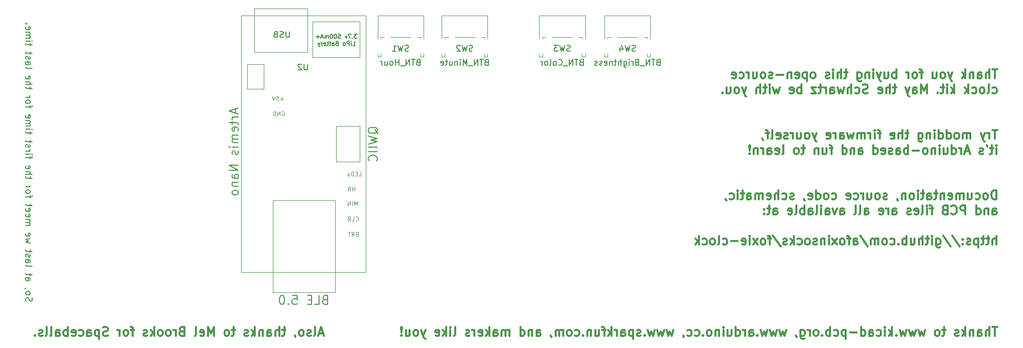
<source format=gbr>
G04 #@! TF.GenerationSoftware,KiCad,Pcbnew,(5.1.5-0-10_14)*
G04 #@! TF.CreationDate,2020-01-03T17:39:58-06:00*
G04 #@! TF.ProjectId,foxie_clock_nano,666f7869-655f-4636-9c6f-636b5f6e616e,1.4*
G04 #@! TF.SameCoordinates,Original*
G04 #@! TF.FileFunction,Legend,Bot*
G04 #@! TF.FilePolarity,Positive*
%FSLAX46Y46*%
G04 Gerber Fmt 4.6, Leading zero omitted, Abs format (unit mm)*
G04 Created by KiCad (PCBNEW (5.1.5-0-10_14)) date 2020-01-03 17:39:58*
%MOMM*%
%LPD*%
G04 APERTURE LIST*
%ADD10C,0.160000*%
%ADD11C,0.300000*%
%ADD12C,0.200000*%
%ADD13C,0.150000*%
%ADD14C,0.100000*%
%ADD15C,0.120000*%
G04 APERTURE END LIST*
D10*
X65754761Y-124714285D02*
X65702380Y-124557142D01*
X65702380Y-124295238D01*
X65754761Y-124190476D01*
X65807142Y-124138095D01*
X65911904Y-124085714D01*
X66016666Y-124085714D01*
X66121428Y-124138095D01*
X66173809Y-124190476D01*
X66226190Y-124295238D01*
X66278571Y-124504761D01*
X66330952Y-124609523D01*
X66383333Y-124661904D01*
X66488095Y-124714285D01*
X66592857Y-124714285D01*
X66697619Y-124661904D01*
X66749999Y-124609523D01*
X66802380Y-124504761D01*
X66802380Y-124242857D01*
X66749999Y-124085714D01*
X65702380Y-123457142D02*
X65754761Y-123561904D01*
X65807142Y-123614285D01*
X65911904Y-123666666D01*
X66226190Y-123666666D01*
X66330952Y-123614285D01*
X66383333Y-123561904D01*
X66435714Y-123457142D01*
X66435714Y-123300000D01*
X66383333Y-123195238D01*
X66330952Y-123142857D01*
X66226190Y-123090476D01*
X65911904Y-123090476D01*
X65807142Y-123142857D01*
X65754761Y-123195238D01*
X65702380Y-123300000D01*
X65702380Y-123457142D01*
X65754761Y-122566666D02*
X65702380Y-122566666D01*
X65597619Y-122619047D01*
X65545238Y-122671428D01*
X65702380Y-120785714D02*
X66278571Y-120785714D01*
X66383333Y-120838095D01*
X66435714Y-120942857D01*
X66435714Y-121152380D01*
X66383333Y-121257142D01*
X65754761Y-120785714D02*
X65702380Y-120890476D01*
X65702380Y-121152380D01*
X65754761Y-121257142D01*
X65859523Y-121309523D01*
X65964285Y-121309523D01*
X66069047Y-121257142D01*
X66121428Y-121152380D01*
X66121428Y-120890476D01*
X66173809Y-120785714D01*
X66435714Y-120419047D02*
X66435714Y-120000000D01*
X66802380Y-120261904D02*
X65859523Y-120261904D01*
X65754761Y-120209523D01*
X65702380Y-120104761D01*
X65702380Y-120000000D01*
X65702380Y-118638095D02*
X65754761Y-118742857D01*
X65859523Y-118795238D01*
X66802380Y-118795238D01*
X65702380Y-117747619D02*
X66278571Y-117747619D01*
X66383333Y-117800000D01*
X66435714Y-117904761D01*
X66435714Y-118114285D01*
X66383333Y-118219047D01*
X65754761Y-117747619D02*
X65702380Y-117852380D01*
X65702380Y-118114285D01*
X65754761Y-118219047D01*
X65859523Y-118271428D01*
X65964285Y-118271428D01*
X66069047Y-118219047D01*
X66121428Y-118114285D01*
X66121428Y-117852380D01*
X66173809Y-117747619D01*
X65754761Y-117276190D02*
X65702380Y-117171428D01*
X65702380Y-116961904D01*
X65754761Y-116857142D01*
X65859523Y-116804761D01*
X65911904Y-116804761D01*
X66016666Y-116857142D01*
X66069047Y-116961904D01*
X66069047Y-117119047D01*
X66121428Y-117223809D01*
X66226190Y-117276190D01*
X66278571Y-117276190D01*
X66383333Y-117223809D01*
X66435714Y-117119047D01*
X66435714Y-116961904D01*
X66383333Y-116857142D01*
X66435714Y-116490476D02*
X66435714Y-116071428D01*
X66802380Y-116333333D02*
X65859523Y-116333333D01*
X65754761Y-116280952D01*
X65702380Y-116176190D01*
X65702380Y-116071428D01*
X66435714Y-114971428D02*
X65702380Y-114761904D01*
X66226190Y-114552380D01*
X65702380Y-114342857D01*
X66435714Y-114133333D01*
X65754761Y-113295238D02*
X65702380Y-113400000D01*
X65702380Y-113609523D01*
X65754761Y-113714285D01*
X65859523Y-113766666D01*
X66278571Y-113766666D01*
X66383333Y-113714285D01*
X66435714Y-113609523D01*
X66435714Y-113400000D01*
X66383333Y-113295238D01*
X66278571Y-113242857D01*
X66173809Y-113242857D01*
X66069047Y-113766666D01*
X65702380Y-111933333D02*
X66435714Y-111933333D01*
X66330952Y-111933333D02*
X66383333Y-111880952D01*
X66435714Y-111776190D01*
X66435714Y-111619047D01*
X66383333Y-111514285D01*
X66278571Y-111461904D01*
X65702380Y-111461904D01*
X66278571Y-111461904D02*
X66383333Y-111409523D01*
X66435714Y-111304761D01*
X66435714Y-111147619D01*
X66383333Y-111042857D01*
X66278571Y-110990476D01*
X65702380Y-110990476D01*
X65754761Y-110047619D02*
X65702380Y-110152380D01*
X65702380Y-110361904D01*
X65754761Y-110466666D01*
X65859523Y-110519047D01*
X66278571Y-110519047D01*
X66383333Y-110466666D01*
X66435714Y-110361904D01*
X66435714Y-110152380D01*
X66383333Y-110047619D01*
X66278571Y-109995238D01*
X66173809Y-109995238D01*
X66069047Y-110519047D01*
X65754761Y-109104761D02*
X65702380Y-109209523D01*
X65702380Y-109419047D01*
X65754761Y-109523809D01*
X65859523Y-109576190D01*
X66278571Y-109576190D01*
X66383333Y-109523809D01*
X66435714Y-109419047D01*
X66435714Y-109209523D01*
X66383333Y-109104761D01*
X66278571Y-109052380D01*
X66173809Y-109052380D01*
X66069047Y-109576190D01*
X66435714Y-108738095D02*
X66435714Y-108319047D01*
X66802380Y-108580952D02*
X65859523Y-108580952D01*
X65754761Y-108528571D01*
X65702380Y-108423809D01*
X65702380Y-108319047D01*
X66435714Y-107271428D02*
X66435714Y-106852380D01*
X65702380Y-107114285D02*
X66645238Y-107114285D01*
X66750000Y-107061904D01*
X66802380Y-106957142D01*
X66802380Y-106852380D01*
X65702380Y-106328571D02*
X65754761Y-106433333D01*
X65807142Y-106485714D01*
X65911904Y-106538095D01*
X66226190Y-106538095D01*
X66330952Y-106485714D01*
X66383333Y-106433333D01*
X66435714Y-106328571D01*
X66435714Y-106171428D01*
X66383333Y-106066666D01*
X66330952Y-106014285D01*
X66226190Y-105961904D01*
X65911904Y-105961904D01*
X65807142Y-106014285D01*
X65754761Y-106066666D01*
X65702380Y-106171428D01*
X65702380Y-106328571D01*
X65702380Y-105490476D02*
X66435714Y-105490476D01*
X66226190Y-105490476D02*
X66330952Y-105438095D01*
X66383333Y-105385714D01*
X66435714Y-105280952D01*
X66435714Y-105176190D01*
X66435714Y-104128571D02*
X66435714Y-103709523D01*
X66802380Y-103971428D02*
X65859523Y-103971428D01*
X65754761Y-103919047D01*
X65702380Y-103814285D01*
X65702380Y-103709523D01*
X65702380Y-103342857D02*
X66802380Y-103342857D01*
X65702380Y-102871428D02*
X66278571Y-102871428D01*
X66383333Y-102923809D01*
X66435714Y-103028571D01*
X66435714Y-103185714D01*
X66383333Y-103290476D01*
X66330952Y-103342857D01*
X65754761Y-101928571D02*
X65702380Y-102033333D01*
X65702380Y-102242857D01*
X65754761Y-102347619D01*
X65859523Y-102400000D01*
X66278571Y-102400000D01*
X66383333Y-102347619D01*
X66435714Y-102242857D01*
X66435714Y-102033333D01*
X66383333Y-101928571D01*
X66278571Y-101876190D01*
X66173809Y-101876190D01*
X66069047Y-102400000D01*
X66435714Y-100723809D02*
X66435714Y-100304761D01*
X65702380Y-100566666D02*
X66645238Y-100566666D01*
X66750000Y-100514285D01*
X66802380Y-100409523D01*
X66802380Y-100304761D01*
X65702380Y-99938095D02*
X66435714Y-99938095D01*
X66802380Y-99938095D02*
X66750000Y-99990476D01*
X66697619Y-99938095D01*
X66750000Y-99885714D01*
X66802380Y-99938095D01*
X66697619Y-99938095D01*
X65702380Y-99414285D02*
X66435714Y-99414285D01*
X66226190Y-99414285D02*
X66330952Y-99361904D01*
X66383333Y-99309523D01*
X66435714Y-99204761D01*
X66435714Y-99100000D01*
X65754761Y-98785714D02*
X65702380Y-98680952D01*
X65702380Y-98471428D01*
X65754761Y-98366666D01*
X65859523Y-98314285D01*
X65911904Y-98314285D01*
X66016666Y-98366666D01*
X66069047Y-98471428D01*
X66069047Y-98628571D01*
X66121428Y-98733333D01*
X66226190Y-98785714D01*
X66278571Y-98785714D01*
X66383333Y-98733333D01*
X66435714Y-98628571D01*
X66435714Y-98471428D01*
X66383333Y-98366666D01*
X66435714Y-98000000D02*
X66435714Y-97580952D01*
X66802380Y-97842857D02*
X65859523Y-97842857D01*
X65754761Y-97790476D01*
X65702380Y-97685714D01*
X65702380Y-97580952D01*
X66435714Y-96533333D02*
X66435714Y-96114285D01*
X66802380Y-96376190D02*
X65859523Y-96376190D01*
X65754761Y-96323809D01*
X65702380Y-96219047D01*
X65702380Y-96114285D01*
X65702380Y-95747619D02*
X66435714Y-95747619D01*
X66802380Y-95747619D02*
X66750000Y-95800000D01*
X66697619Y-95747619D01*
X66750000Y-95695238D01*
X66802380Y-95747619D01*
X66697619Y-95747619D01*
X65702380Y-95223809D02*
X66435714Y-95223809D01*
X66330952Y-95223809D02*
X66383333Y-95171428D01*
X66435714Y-95066666D01*
X66435714Y-94909523D01*
X66383333Y-94804761D01*
X66278571Y-94752380D01*
X65702380Y-94752380D01*
X66278571Y-94752380D02*
X66383333Y-94700000D01*
X66435714Y-94595238D01*
X66435714Y-94438095D01*
X66383333Y-94333333D01*
X66278571Y-94280952D01*
X65702380Y-94280952D01*
X65754761Y-93338095D02*
X65702380Y-93442857D01*
X65702380Y-93652380D01*
X65754761Y-93757142D01*
X65859523Y-93809523D01*
X66278571Y-93809523D01*
X66383333Y-93757142D01*
X66435714Y-93652380D01*
X66435714Y-93442857D01*
X66383333Y-93338095D01*
X66278571Y-93285714D01*
X66173809Y-93285714D01*
X66069047Y-93809523D01*
X66435714Y-92133333D02*
X66435714Y-91714285D01*
X65702380Y-91976190D02*
X66645238Y-91976190D01*
X66750000Y-91923809D01*
X66802380Y-91819047D01*
X66802380Y-91714285D01*
X65702380Y-91190476D02*
X65754761Y-91295238D01*
X65807142Y-91347619D01*
X65911904Y-91400000D01*
X66226190Y-91400000D01*
X66330952Y-91347619D01*
X66383333Y-91295238D01*
X66435714Y-91190476D01*
X66435714Y-91033333D01*
X66383333Y-90928571D01*
X66330952Y-90876190D01*
X66226190Y-90823809D01*
X65911904Y-90823809D01*
X65807142Y-90876190D01*
X65754761Y-90928571D01*
X65702380Y-91033333D01*
X65702380Y-91190476D01*
X65702380Y-90352380D02*
X66435714Y-90352380D01*
X66226190Y-90352380D02*
X66330952Y-90300000D01*
X66383333Y-90247619D01*
X66435714Y-90142857D01*
X66435714Y-90038095D01*
X66435714Y-88990476D02*
X66435714Y-88571428D01*
X66802380Y-88833333D02*
X65859523Y-88833333D01*
X65754761Y-88780952D01*
X65702380Y-88676190D01*
X65702380Y-88571428D01*
X65702380Y-88204761D02*
X66802380Y-88204761D01*
X65702380Y-87733333D02*
X66278571Y-87733333D01*
X66383333Y-87785714D01*
X66435714Y-87890476D01*
X66435714Y-88047619D01*
X66383333Y-88152380D01*
X66330952Y-88204761D01*
X65754761Y-86790476D02*
X65702380Y-86895238D01*
X65702380Y-87104761D01*
X65754761Y-87209523D01*
X65859523Y-87261904D01*
X66278571Y-87261904D01*
X66383333Y-87209523D01*
X66435714Y-87104761D01*
X66435714Y-86895238D01*
X66383333Y-86790476D01*
X66278571Y-86738095D01*
X66173809Y-86738095D01*
X66069047Y-87261904D01*
X65702380Y-85271428D02*
X65754761Y-85376190D01*
X65859523Y-85428571D01*
X66802380Y-85428571D01*
X65702380Y-84380952D02*
X66278571Y-84380952D01*
X66383333Y-84433333D01*
X66435714Y-84538095D01*
X66435714Y-84747619D01*
X66383333Y-84852380D01*
X65754761Y-84380952D02*
X65702380Y-84485714D01*
X65702380Y-84747619D01*
X65754761Y-84852380D01*
X65859523Y-84904761D01*
X65964285Y-84904761D01*
X66069047Y-84852380D01*
X66121428Y-84747619D01*
X66121428Y-84485714D01*
X66173809Y-84380952D01*
X65754761Y-83909523D02*
X65702380Y-83804761D01*
X65702380Y-83595238D01*
X65754761Y-83490476D01*
X65859523Y-83438095D01*
X65911904Y-83438095D01*
X66016666Y-83490476D01*
X66069047Y-83595238D01*
X66069047Y-83752380D01*
X66121428Y-83857142D01*
X66226190Y-83909523D01*
X66278571Y-83909523D01*
X66383333Y-83857142D01*
X66435714Y-83752380D01*
X66435714Y-83595238D01*
X66383333Y-83490476D01*
X66435714Y-83123809D02*
X66435714Y-82704761D01*
X66802380Y-82966666D02*
X65859523Y-82966666D01*
X65754761Y-82914285D01*
X65702380Y-82809523D01*
X65702380Y-82704761D01*
X66435714Y-81657142D02*
X66435714Y-81238095D01*
X66802380Y-81500000D02*
X65859523Y-81500000D01*
X65754761Y-81447619D01*
X65702380Y-81342857D01*
X65702380Y-81238095D01*
X65702380Y-80871428D02*
X66435714Y-80871428D01*
X66802380Y-80871428D02*
X66750000Y-80923809D01*
X66697619Y-80871428D01*
X66750000Y-80819047D01*
X66802380Y-80871428D01*
X66697619Y-80871428D01*
X65702380Y-80347619D02*
X66435714Y-80347619D01*
X66330952Y-80347619D02*
X66383333Y-80295238D01*
X66435714Y-80190476D01*
X66435714Y-80033333D01*
X66383333Y-79928571D01*
X66278571Y-79876190D01*
X65702380Y-79876190D01*
X66278571Y-79876190D02*
X66383333Y-79823809D01*
X66435714Y-79719047D01*
X66435714Y-79561904D01*
X66383333Y-79457142D01*
X66278571Y-79404761D01*
X65702380Y-79404761D01*
X65754761Y-78461904D02*
X65702380Y-78566666D01*
X65702380Y-78776190D01*
X65754761Y-78880952D01*
X65859523Y-78933333D01*
X66278571Y-78933333D01*
X66383333Y-78880952D01*
X66435714Y-78776190D01*
X66435714Y-78566666D01*
X66383333Y-78461904D01*
X66278571Y-78409523D01*
X66173809Y-78409523D01*
X66069047Y-78933333D01*
X65807142Y-77938095D02*
X65754761Y-77885714D01*
X65702380Y-77938095D01*
X65754761Y-77990476D01*
X65807142Y-77938095D01*
X65702380Y-77938095D01*
D11*
X229466428Y-129078571D02*
X228609285Y-129078571D01*
X229037857Y-130578571D02*
X229037857Y-129078571D01*
X228109285Y-130578571D02*
X228109285Y-129078571D01*
X227466428Y-130578571D02*
X227466428Y-129792857D01*
X227537857Y-129650000D01*
X227680714Y-129578571D01*
X227894999Y-129578571D01*
X228037857Y-129650000D01*
X228109285Y-129721428D01*
X226109285Y-130578571D02*
X226109285Y-129792857D01*
X226180714Y-129650000D01*
X226323571Y-129578571D01*
X226609285Y-129578571D01*
X226752142Y-129650000D01*
X226109285Y-130507142D02*
X226252142Y-130578571D01*
X226609285Y-130578571D01*
X226752142Y-130507142D01*
X226823571Y-130364285D01*
X226823571Y-130221428D01*
X226752142Y-130078571D01*
X226609285Y-130007142D01*
X226252142Y-130007142D01*
X226109285Y-129935714D01*
X225394999Y-129578571D02*
X225394999Y-130578571D01*
X225394999Y-129721428D02*
X225323571Y-129650000D01*
X225180714Y-129578571D01*
X224966428Y-129578571D01*
X224823571Y-129650000D01*
X224752142Y-129792857D01*
X224752142Y-130578571D01*
X224037857Y-130578571D02*
X224037857Y-129078571D01*
X223894999Y-130007142D02*
X223466428Y-130578571D01*
X223466428Y-129578571D02*
X224037857Y-130150000D01*
X222894999Y-130507142D02*
X222752142Y-130578571D01*
X222466428Y-130578571D01*
X222323571Y-130507142D01*
X222252142Y-130364285D01*
X222252142Y-130292857D01*
X222323571Y-130150000D01*
X222466428Y-130078571D01*
X222680714Y-130078571D01*
X222823571Y-130007142D01*
X222894999Y-129864285D01*
X222894999Y-129792857D01*
X222823571Y-129650000D01*
X222680714Y-129578571D01*
X222466428Y-129578571D01*
X222323571Y-129650000D01*
X220680714Y-129578571D02*
X220109285Y-129578571D01*
X220466428Y-129078571D02*
X220466428Y-130364285D01*
X220394999Y-130507142D01*
X220252142Y-130578571D01*
X220109285Y-130578571D01*
X219394999Y-130578571D02*
X219537857Y-130507142D01*
X219609285Y-130435714D01*
X219680714Y-130292857D01*
X219680714Y-129864285D01*
X219609285Y-129721428D01*
X219537857Y-129650000D01*
X219394999Y-129578571D01*
X219180714Y-129578571D01*
X219037857Y-129650000D01*
X218966428Y-129721428D01*
X218894999Y-129864285D01*
X218894999Y-130292857D01*
X218966428Y-130435714D01*
X219037857Y-130507142D01*
X219180714Y-130578571D01*
X219394999Y-130578571D01*
X217252142Y-129578571D02*
X216966428Y-130578571D01*
X216680714Y-129864285D01*
X216394999Y-130578571D01*
X216109285Y-129578571D01*
X215680714Y-129578571D02*
X215394999Y-130578571D01*
X215109285Y-129864285D01*
X214823571Y-130578571D01*
X214537857Y-129578571D01*
X214109285Y-129578571D02*
X213823571Y-130578571D01*
X213537857Y-129864285D01*
X213252142Y-130578571D01*
X212966428Y-129578571D01*
X212394999Y-130435714D02*
X212323571Y-130507142D01*
X212394999Y-130578571D01*
X212466428Y-130507142D01*
X212394999Y-130435714D01*
X212394999Y-130578571D01*
X211680714Y-130578571D02*
X211680714Y-129078571D01*
X211537857Y-130007142D02*
X211109285Y-130578571D01*
X211109285Y-129578571D02*
X211680714Y-130150000D01*
X210466428Y-130578571D02*
X210466428Y-129578571D01*
X210466428Y-129078571D02*
X210537857Y-129150000D01*
X210466428Y-129221428D01*
X210394999Y-129150000D01*
X210466428Y-129078571D01*
X210466428Y-129221428D01*
X209109285Y-130507142D02*
X209252142Y-130578571D01*
X209537857Y-130578571D01*
X209680714Y-130507142D01*
X209752142Y-130435714D01*
X209823571Y-130292857D01*
X209823571Y-129864285D01*
X209752142Y-129721428D01*
X209680714Y-129650000D01*
X209537857Y-129578571D01*
X209252142Y-129578571D01*
X209109285Y-129650000D01*
X207823571Y-130578571D02*
X207823571Y-129792857D01*
X207894999Y-129650000D01*
X208037857Y-129578571D01*
X208323571Y-129578571D01*
X208466428Y-129650000D01*
X207823571Y-130507142D02*
X207966428Y-130578571D01*
X208323571Y-130578571D01*
X208466428Y-130507142D01*
X208537857Y-130364285D01*
X208537857Y-130221428D01*
X208466428Y-130078571D01*
X208323571Y-130007142D01*
X207966428Y-130007142D01*
X207823571Y-129935714D01*
X206466428Y-130578571D02*
X206466428Y-129078571D01*
X206466428Y-130507142D02*
X206609285Y-130578571D01*
X206894999Y-130578571D01*
X207037857Y-130507142D01*
X207109285Y-130435714D01*
X207180714Y-130292857D01*
X207180714Y-129864285D01*
X207109285Y-129721428D01*
X207037857Y-129650000D01*
X206894999Y-129578571D01*
X206609285Y-129578571D01*
X206466428Y-129650000D01*
X205752142Y-130007142D02*
X204609285Y-130007142D01*
X203894999Y-129578571D02*
X203894999Y-131078571D01*
X203894999Y-129650000D02*
X203752142Y-129578571D01*
X203466428Y-129578571D01*
X203323571Y-129650000D01*
X203252142Y-129721428D01*
X203180714Y-129864285D01*
X203180714Y-130292857D01*
X203252142Y-130435714D01*
X203323571Y-130507142D01*
X203466428Y-130578571D01*
X203752142Y-130578571D01*
X203894999Y-130507142D01*
X201894999Y-130507142D02*
X202037857Y-130578571D01*
X202323571Y-130578571D01*
X202466428Y-130507142D01*
X202537857Y-130435714D01*
X202609285Y-130292857D01*
X202609285Y-129864285D01*
X202537857Y-129721428D01*
X202466428Y-129650000D01*
X202323571Y-129578571D01*
X202037857Y-129578571D01*
X201894999Y-129650000D01*
X201252142Y-130578571D02*
X201252142Y-129078571D01*
X201252142Y-129650000D02*
X201109285Y-129578571D01*
X200823571Y-129578571D01*
X200680714Y-129650000D01*
X200609285Y-129721428D01*
X200537857Y-129864285D01*
X200537857Y-130292857D01*
X200609285Y-130435714D01*
X200680714Y-130507142D01*
X200823571Y-130578571D01*
X201109285Y-130578571D01*
X201252142Y-130507142D01*
X199894999Y-130435714D02*
X199823571Y-130507142D01*
X199894999Y-130578571D01*
X199966428Y-130507142D01*
X199894999Y-130435714D01*
X199894999Y-130578571D01*
X198966428Y-130578571D02*
X199109285Y-130507142D01*
X199180714Y-130435714D01*
X199252142Y-130292857D01*
X199252142Y-129864285D01*
X199180714Y-129721428D01*
X199109285Y-129650000D01*
X198966428Y-129578571D01*
X198752142Y-129578571D01*
X198609285Y-129650000D01*
X198537857Y-129721428D01*
X198466428Y-129864285D01*
X198466428Y-130292857D01*
X198537857Y-130435714D01*
X198609285Y-130507142D01*
X198752142Y-130578571D01*
X198966428Y-130578571D01*
X197823571Y-130578571D02*
X197823571Y-129578571D01*
X197823571Y-129864285D02*
X197752142Y-129721428D01*
X197680714Y-129650000D01*
X197537857Y-129578571D01*
X197394999Y-129578571D01*
X196252142Y-129578571D02*
X196252142Y-130792857D01*
X196323571Y-130935714D01*
X196394999Y-131007142D01*
X196537857Y-131078571D01*
X196752142Y-131078571D01*
X196894999Y-131007142D01*
X196252142Y-130507142D02*
X196394999Y-130578571D01*
X196680714Y-130578571D01*
X196823571Y-130507142D01*
X196894999Y-130435714D01*
X196966428Y-130292857D01*
X196966428Y-129864285D01*
X196894999Y-129721428D01*
X196823571Y-129650000D01*
X196680714Y-129578571D01*
X196394999Y-129578571D01*
X196252142Y-129650000D01*
X195466428Y-130507142D02*
X195466428Y-130578571D01*
X195537857Y-130721428D01*
X195609285Y-130792857D01*
X193823571Y-129578571D02*
X193537857Y-130578571D01*
X193252142Y-129864285D01*
X192966428Y-130578571D01*
X192680714Y-129578571D01*
X192252142Y-129578571D02*
X191966428Y-130578571D01*
X191680714Y-129864285D01*
X191394999Y-130578571D01*
X191109285Y-129578571D01*
X190680714Y-129578571D02*
X190394999Y-130578571D01*
X190109285Y-129864285D01*
X189823571Y-130578571D01*
X189537857Y-129578571D01*
X188966428Y-130435714D02*
X188894999Y-130507142D01*
X188966428Y-130578571D01*
X189037857Y-130507142D01*
X188966428Y-130435714D01*
X188966428Y-130578571D01*
X187609285Y-130578571D02*
X187609285Y-129792857D01*
X187680714Y-129650000D01*
X187823571Y-129578571D01*
X188109285Y-129578571D01*
X188252142Y-129650000D01*
X187609285Y-130507142D02*
X187752142Y-130578571D01*
X188109285Y-130578571D01*
X188252142Y-130507142D01*
X188323571Y-130364285D01*
X188323571Y-130221428D01*
X188252142Y-130078571D01*
X188109285Y-130007142D01*
X187752142Y-130007142D01*
X187609285Y-129935714D01*
X186894999Y-130578571D02*
X186894999Y-129578571D01*
X186894999Y-129864285D02*
X186823571Y-129721428D01*
X186752142Y-129650000D01*
X186609285Y-129578571D01*
X186466428Y-129578571D01*
X185323571Y-130578571D02*
X185323571Y-129078571D01*
X185323571Y-130507142D02*
X185466428Y-130578571D01*
X185752142Y-130578571D01*
X185894999Y-130507142D01*
X185966428Y-130435714D01*
X186037857Y-130292857D01*
X186037857Y-129864285D01*
X185966428Y-129721428D01*
X185894999Y-129650000D01*
X185752142Y-129578571D01*
X185466428Y-129578571D01*
X185323571Y-129650000D01*
X183966428Y-129578571D02*
X183966428Y-130578571D01*
X184609285Y-129578571D02*
X184609285Y-130364285D01*
X184537857Y-130507142D01*
X184394999Y-130578571D01*
X184180714Y-130578571D01*
X184037857Y-130507142D01*
X183966428Y-130435714D01*
X183252142Y-130578571D02*
X183252142Y-129578571D01*
X183252142Y-129078571D02*
X183323571Y-129150000D01*
X183252142Y-129221428D01*
X183180714Y-129150000D01*
X183252142Y-129078571D01*
X183252142Y-129221428D01*
X182537857Y-129578571D02*
X182537857Y-130578571D01*
X182537857Y-129721428D02*
X182466428Y-129650000D01*
X182323571Y-129578571D01*
X182109285Y-129578571D01*
X181966428Y-129650000D01*
X181894999Y-129792857D01*
X181894999Y-130578571D01*
X180966428Y-130578571D02*
X181109285Y-130507142D01*
X181180714Y-130435714D01*
X181252142Y-130292857D01*
X181252142Y-129864285D01*
X181180714Y-129721428D01*
X181109285Y-129650000D01*
X180966428Y-129578571D01*
X180752142Y-129578571D01*
X180609285Y-129650000D01*
X180537857Y-129721428D01*
X180466428Y-129864285D01*
X180466428Y-130292857D01*
X180537857Y-130435714D01*
X180609285Y-130507142D01*
X180752142Y-130578571D01*
X180966428Y-130578571D01*
X179823571Y-130435714D02*
X179752142Y-130507142D01*
X179823571Y-130578571D01*
X179894999Y-130507142D01*
X179823571Y-130435714D01*
X179823571Y-130578571D01*
X178466428Y-130507142D02*
X178609285Y-130578571D01*
X178894999Y-130578571D01*
X179037857Y-130507142D01*
X179109285Y-130435714D01*
X179180714Y-130292857D01*
X179180714Y-129864285D01*
X179109285Y-129721428D01*
X179037857Y-129650000D01*
X178894999Y-129578571D01*
X178609285Y-129578571D01*
X178466428Y-129650000D01*
X177180714Y-130507142D02*
X177323571Y-130578571D01*
X177609285Y-130578571D01*
X177752142Y-130507142D01*
X177823571Y-130435714D01*
X177894999Y-130292857D01*
X177894999Y-129864285D01*
X177823571Y-129721428D01*
X177752142Y-129650000D01*
X177609285Y-129578571D01*
X177323571Y-129578571D01*
X177180714Y-129650000D01*
X176466428Y-130507142D02*
X176466428Y-130578571D01*
X176537857Y-130721428D01*
X176609285Y-130792857D01*
X174823571Y-129578571D02*
X174537857Y-130578571D01*
X174252142Y-129864285D01*
X173966428Y-130578571D01*
X173680714Y-129578571D01*
X173252142Y-129578571D02*
X172966428Y-130578571D01*
X172680714Y-129864285D01*
X172394999Y-130578571D01*
X172109285Y-129578571D01*
X171680714Y-129578571D02*
X171394999Y-130578571D01*
X171109285Y-129864285D01*
X170823571Y-130578571D01*
X170537857Y-129578571D01*
X169966428Y-130435714D02*
X169894999Y-130507142D01*
X169966428Y-130578571D01*
X170037857Y-130507142D01*
X169966428Y-130435714D01*
X169966428Y-130578571D01*
X169323571Y-130507142D02*
X169180714Y-130578571D01*
X168894999Y-130578571D01*
X168752142Y-130507142D01*
X168680714Y-130364285D01*
X168680714Y-130292857D01*
X168752142Y-130150000D01*
X168894999Y-130078571D01*
X169109285Y-130078571D01*
X169252142Y-130007142D01*
X169323571Y-129864285D01*
X169323571Y-129792857D01*
X169252142Y-129650000D01*
X169109285Y-129578571D01*
X168894999Y-129578571D01*
X168752142Y-129650000D01*
X168037857Y-129578571D02*
X168037857Y-131078571D01*
X168037857Y-129650000D02*
X167894999Y-129578571D01*
X167609285Y-129578571D01*
X167466428Y-129650000D01*
X167394999Y-129721428D01*
X167323571Y-129864285D01*
X167323571Y-130292857D01*
X167394999Y-130435714D01*
X167466428Y-130507142D01*
X167609285Y-130578571D01*
X167894999Y-130578571D01*
X168037857Y-130507142D01*
X166037857Y-130578571D02*
X166037857Y-129792857D01*
X166109285Y-129650000D01*
X166252142Y-129578571D01*
X166537857Y-129578571D01*
X166680714Y-129650000D01*
X166037857Y-130507142D02*
X166180714Y-130578571D01*
X166537857Y-130578571D01*
X166680714Y-130507142D01*
X166752142Y-130364285D01*
X166752142Y-130221428D01*
X166680714Y-130078571D01*
X166537857Y-130007142D01*
X166180714Y-130007142D01*
X166037857Y-129935714D01*
X165323571Y-130578571D02*
X165323571Y-129578571D01*
X165323571Y-129864285D02*
X165252142Y-129721428D01*
X165180714Y-129650000D01*
X165037857Y-129578571D01*
X164894999Y-129578571D01*
X164394999Y-130578571D02*
X164394999Y-129078571D01*
X164252142Y-130007142D02*
X163823571Y-130578571D01*
X163823571Y-129578571D02*
X164394999Y-130150000D01*
X163394999Y-129578571D02*
X162823571Y-129578571D01*
X163180714Y-130578571D02*
X163180714Y-129292857D01*
X163109285Y-129150000D01*
X162966428Y-129078571D01*
X162823571Y-129078571D01*
X161680714Y-129578571D02*
X161680714Y-130578571D01*
X162323571Y-129578571D02*
X162323571Y-130364285D01*
X162252142Y-130507142D01*
X162109285Y-130578571D01*
X161894999Y-130578571D01*
X161752142Y-130507142D01*
X161680714Y-130435714D01*
X160966428Y-129578571D02*
X160966428Y-130578571D01*
X160966428Y-129721428D02*
X160894999Y-129650000D01*
X160752142Y-129578571D01*
X160537857Y-129578571D01*
X160394999Y-129650000D01*
X160323571Y-129792857D01*
X160323571Y-130578571D01*
X159609285Y-130435714D02*
X159537857Y-130507142D01*
X159609285Y-130578571D01*
X159680714Y-130507142D01*
X159609285Y-130435714D01*
X159609285Y-130578571D01*
X158252142Y-130507142D02*
X158394999Y-130578571D01*
X158680714Y-130578571D01*
X158823571Y-130507142D01*
X158894999Y-130435714D01*
X158966428Y-130292857D01*
X158966428Y-129864285D01*
X158894999Y-129721428D01*
X158823571Y-129650000D01*
X158680714Y-129578571D01*
X158394999Y-129578571D01*
X158252142Y-129650000D01*
X157394999Y-130578571D02*
X157537857Y-130507142D01*
X157609285Y-130435714D01*
X157680714Y-130292857D01*
X157680714Y-129864285D01*
X157609285Y-129721428D01*
X157537857Y-129650000D01*
X157394999Y-129578571D01*
X157180714Y-129578571D01*
X157037857Y-129650000D01*
X156966428Y-129721428D01*
X156894999Y-129864285D01*
X156894999Y-130292857D01*
X156966428Y-130435714D01*
X157037857Y-130507142D01*
X157180714Y-130578571D01*
X157394999Y-130578571D01*
X156252142Y-130578571D02*
X156252142Y-129578571D01*
X156252142Y-129721428D02*
X156180714Y-129650000D01*
X156037857Y-129578571D01*
X155823571Y-129578571D01*
X155680714Y-129650000D01*
X155609285Y-129792857D01*
X155609285Y-130578571D01*
X155609285Y-129792857D02*
X155537857Y-129650000D01*
X155394999Y-129578571D01*
X155180714Y-129578571D01*
X155037857Y-129650000D01*
X154966428Y-129792857D01*
X154966428Y-130578571D01*
X154180714Y-130507142D02*
X154180714Y-130578571D01*
X154252142Y-130721428D01*
X154323571Y-130792857D01*
X151752142Y-130578571D02*
X151752142Y-129792857D01*
X151823571Y-129650000D01*
X151966428Y-129578571D01*
X152252142Y-129578571D01*
X152394999Y-129650000D01*
X151752142Y-130507142D02*
X151894999Y-130578571D01*
X152252142Y-130578571D01*
X152394999Y-130507142D01*
X152466428Y-130364285D01*
X152466428Y-130221428D01*
X152394999Y-130078571D01*
X152252142Y-130007142D01*
X151894999Y-130007142D01*
X151752142Y-129935714D01*
X151037857Y-129578571D02*
X151037857Y-130578571D01*
X151037857Y-129721428D02*
X150966428Y-129650000D01*
X150823571Y-129578571D01*
X150609285Y-129578571D01*
X150466428Y-129650000D01*
X150394999Y-129792857D01*
X150394999Y-130578571D01*
X149037857Y-130578571D02*
X149037857Y-129078571D01*
X149037857Y-130507142D02*
X149180714Y-130578571D01*
X149466428Y-130578571D01*
X149609285Y-130507142D01*
X149680714Y-130435714D01*
X149752142Y-130292857D01*
X149752142Y-129864285D01*
X149680714Y-129721428D01*
X149609285Y-129650000D01*
X149466428Y-129578571D01*
X149180714Y-129578571D01*
X149037857Y-129650000D01*
X147180714Y-130578571D02*
X147180714Y-129578571D01*
X147180714Y-129721428D02*
X147109285Y-129650000D01*
X146966428Y-129578571D01*
X146752142Y-129578571D01*
X146609285Y-129650000D01*
X146537857Y-129792857D01*
X146537857Y-130578571D01*
X146537857Y-129792857D02*
X146466428Y-129650000D01*
X146323571Y-129578571D01*
X146109285Y-129578571D01*
X145966428Y-129650000D01*
X145894999Y-129792857D01*
X145894999Y-130578571D01*
X144537857Y-130578571D02*
X144537857Y-129792857D01*
X144609285Y-129650000D01*
X144752142Y-129578571D01*
X145037857Y-129578571D01*
X145180714Y-129650000D01*
X144537857Y-130507142D02*
X144680714Y-130578571D01*
X145037857Y-130578571D01*
X145180714Y-130507142D01*
X145252142Y-130364285D01*
X145252142Y-130221428D01*
X145180714Y-130078571D01*
X145037857Y-130007142D01*
X144680714Y-130007142D01*
X144537857Y-129935714D01*
X143823571Y-130578571D02*
X143823571Y-129078571D01*
X143680714Y-130007142D02*
X143252142Y-130578571D01*
X143252142Y-129578571D02*
X143823571Y-130150000D01*
X142037857Y-130507142D02*
X142180714Y-130578571D01*
X142466428Y-130578571D01*
X142609285Y-130507142D01*
X142680714Y-130364285D01*
X142680714Y-129792857D01*
X142609285Y-129650000D01*
X142466428Y-129578571D01*
X142180714Y-129578571D01*
X142037857Y-129650000D01*
X141966428Y-129792857D01*
X141966428Y-129935714D01*
X142680714Y-130078571D01*
X141323571Y-130578571D02*
X141323571Y-129578571D01*
X141323571Y-129864285D02*
X141252142Y-129721428D01*
X141180714Y-129650000D01*
X141037857Y-129578571D01*
X140894999Y-129578571D01*
X140466428Y-130507142D02*
X140323571Y-130578571D01*
X140037857Y-130578571D01*
X139894999Y-130507142D01*
X139823571Y-130364285D01*
X139823571Y-130292857D01*
X139894999Y-130150000D01*
X140037857Y-130078571D01*
X140252142Y-130078571D01*
X140394999Y-130007142D01*
X140466428Y-129864285D01*
X140466428Y-129792857D01*
X140394999Y-129650000D01*
X140252142Y-129578571D01*
X140037857Y-129578571D01*
X139894999Y-129650000D01*
X137823571Y-130578571D02*
X137966428Y-130507142D01*
X138037857Y-130364285D01*
X138037857Y-129078571D01*
X137252142Y-130578571D02*
X137252142Y-129578571D01*
X137252142Y-129078571D02*
X137323571Y-129150000D01*
X137252142Y-129221428D01*
X137180714Y-129150000D01*
X137252142Y-129078571D01*
X137252142Y-129221428D01*
X136537857Y-130578571D02*
X136537857Y-129078571D01*
X136394999Y-130007142D02*
X135966428Y-130578571D01*
X135966428Y-129578571D02*
X136537857Y-130150000D01*
X134752142Y-130507142D02*
X134894999Y-130578571D01*
X135180714Y-130578571D01*
X135323571Y-130507142D01*
X135394999Y-130364285D01*
X135394999Y-129792857D01*
X135323571Y-129650000D01*
X135180714Y-129578571D01*
X134894999Y-129578571D01*
X134752142Y-129650000D01*
X134680714Y-129792857D01*
X134680714Y-129935714D01*
X135394999Y-130078571D01*
X133037857Y-129578571D02*
X132680714Y-130578571D01*
X132323571Y-129578571D02*
X132680714Y-130578571D01*
X132823571Y-130935714D01*
X132894999Y-131007142D01*
X133037857Y-131078571D01*
X131537857Y-130578571D02*
X131680714Y-130507142D01*
X131752142Y-130435714D01*
X131823571Y-130292857D01*
X131823571Y-129864285D01*
X131752142Y-129721428D01*
X131680714Y-129650000D01*
X131537857Y-129578571D01*
X131323571Y-129578571D01*
X131180714Y-129650000D01*
X131109285Y-129721428D01*
X131037857Y-129864285D01*
X131037857Y-130292857D01*
X131109285Y-130435714D01*
X131180714Y-130507142D01*
X131323571Y-130578571D01*
X131537857Y-130578571D01*
X129752142Y-129578571D02*
X129752142Y-130578571D01*
X130394999Y-129578571D02*
X130394999Y-130364285D01*
X130323571Y-130507142D01*
X130180714Y-130578571D01*
X129966428Y-130578571D01*
X129823571Y-130507142D01*
X129752142Y-130435714D01*
X129037857Y-130435714D02*
X128966428Y-130507142D01*
X129037857Y-130578571D01*
X129109285Y-130507142D01*
X129037857Y-130435714D01*
X129037857Y-130578571D01*
X129037857Y-130007142D02*
X129109285Y-129150000D01*
X129037857Y-129078571D01*
X128966428Y-129150000D01*
X129037857Y-130007142D01*
X129037857Y-129078571D01*
X115823571Y-130150000D02*
X115109285Y-130150000D01*
X115966428Y-130578571D02*
X115466428Y-129078571D01*
X114966428Y-130578571D01*
X114252142Y-130578571D02*
X114394999Y-130507142D01*
X114466428Y-130364285D01*
X114466428Y-129078571D01*
X113752142Y-130507142D02*
X113609285Y-130578571D01*
X113323571Y-130578571D01*
X113180714Y-130507142D01*
X113109285Y-130364285D01*
X113109285Y-130292857D01*
X113180714Y-130150000D01*
X113323571Y-130078571D01*
X113537857Y-130078571D01*
X113680714Y-130007142D01*
X113752142Y-129864285D01*
X113752142Y-129792857D01*
X113680714Y-129650000D01*
X113537857Y-129578571D01*
X113323571Y-129578571D01*
X113180714Y-129650000D01*
X112252142Y-130578571D02*
X112394999Y-130507142D01*
X112466428Y-130435714D01*
X112537857Y-130292857D01*
X112537857Y-129864285D01*
X112466428Y-129721428D01*
X112394999Y-129650000D01*
X112252142Y-129578571D01*
X112037857Y-129578571D01*
X111894999Y-129650000D01*
X111823571Y-129721428D01*
X111752142Y-129864285D01*
X111752142Y-130292857D01*
X111823571Y-130435714D01*
X111894999Y-130507142D01*
X112037857Y-130578571D01*
X112252142Y-130578571D01*
X111037857Y-130507142D02*
X111037857Y-130578571D01*
X111109285Y-130721428D01*
X111180714Y-130792857D01*
X109466428Y-129578571D02*
X108894999Y-129578571D01*
X109252142Y-129078571D02*
X109252142Y-130364285D01*
X109180714Y-130507142D01*
X109037857Y-130578571D01*
X108894999Y-130578571D01*
X108394999Y-130578571D02*
X108394999Y-129078571D01*
X107752142Y-130578571D02*
X107752142Y-129792857D01*
X107823571Y-129650000D01*
X107966428Y-129578571D01*
X108180714Y-129578571D01*
X108323571Y-129650000D01*
X108394999Y-129721428D01*
X106394999Y-130578571D02*
X106394999Y-129792857D01*
X106466428Y-129650000D01*
X106609285Y-129578571D01*
X106894999Y-129578571D01*
X107037857Y-129650000D01*
X106394999Y-130507142D02*
X106537857Y-130578571D01*
X106894999Y-130578571D01*
X107037857Y-130507142D01*
X107109285Y-130364285D01*
X107109285Y-130221428D01*
X107037857Y-130078571D01*
X106894999Y-130007142D01*
X106537857Y-130007142D01*
X106394999Y-129935714D01*
X105680714Y-129578571D02*
X105680714Y-130578571D01*
X105680714Y-129721428D02*
X105609285Y-129650000D01*
X105466428Y-129578571D01*
X105252142Y-129578571D01*
X105109285Y-129650000D01*
X105037857Y-129792857D01*
X105037857Y-130578571D01*
X104323571Y-130578571D02*
X104323571Y-129078571D01*
X104180714Y-130007142D02*
X103752142Y-130578571D01*
X103752142Y-129578571D02*
X104323571Y-130150000D01*
X103180714Y-130507142D02*
X103037857Y-130578571D01*
X102752142Y-130578571D01*
X102609285Y-130507142D01*
X102537857Y-130364285D01*
X102537857Y-130292857D01*
X102609285Y-130150000D01*
X102752142Y-130078571D01*
X102966428Y-130078571D01*
X103109285Y-130007142D01*
X103180714Y-129864285D01*
X103180714Y-129792857D01*
X103109285Y-129650000D01*
X102966428Y-129578571D01*
X102752142Y-129578571D01*
X102609285Y-129650000D01*
X100966428Y-129578571D02*
X100394999Y-129578571D01*
X100752142Y-129078571D02*
X100752142Y-130364285D01*
X100680714Y-130507142D01*
X100537857Y-130578571D01*
X100394999Y-130578571D01*
X99680714Y-130578571D02*
X99823571Y-130507142D01*
X99894999Y-130435714D01*
X99966428Y-130292857D01*
X99966428Y-129864285D01*
X99894999Y-129721428D01*
X99823571Y-129650000D01*
X99680714Y-129578571D01*
X99466428Y-129578571D01*
X99323571Y-129650000D01*
X99252142Y-129721428D01*
X99180714Y-129864285D01*
X99180714Y-130292857D01*
X99252142Y-130435714D01*
X99323571Y-130507142D01*
X99466428Y-130578571D01*
X99680714Y-130578571D01*
X97394999Y-130578571D02*
X97394999Y-129078571D01*
X96894999Y-130150000D01*
X96394999Y-129078571D01*
X96394999Y-130578571D01*
X95109285Y-130507142D02*
X95252142Y-130578571D01*
X95537857Y-130578571D01*
X95680714Y-130507142D01*
X95752142Y-130364285D01*
X95752142Y-129792857D01*
X95680714Y-129650000D01*
X95537857Y-129578571D01*
X95252142Y-129578571D01*
X95109285Y-129650000D01*
X95037857Y-129792857D01*
X95037857Y-129935714D01*
X95752142Y-130078571D01*
X94180714Y-130578571D02*
X94323571Y-130507142D01*
X94394999Y-130364285D01*
X94394999Y-129078571D01*
X91966428Y-129792857D02*
X91752142Y-129864285D01*
X91680714Y-129935714D01*
X91609285Y-130078571D01*
X91609285Y-130292857D01*
X91680714Y-130435714D01*
X91752142Y-130507142D01*
X91894999Y-130578571D01*
X92466428Y-130578571D01*
X92466428Y-129078571D01*
X91966428Y-129078571D01*
X91823571Y-129150000D01*
X91752142Y-129221428D01*
X91680714Y-129364285D01*
X91680714Y-129507142D01*
X91752142Y-129650000D01*
X91823571Y-129721428D01*
X91966428Y-129792857D01*
X92466428Y-129792857D01*
X90966428Y-130578571D02*
X90966428Y-129578571D01*
X90966428Y-129864285D02*
X90894999Y-129721428D01*
X90823571Y-129650000D01*
X90680714Y-129578571D01*
X90537857Y-129578571D01*
X89823571Y-130578571D02*
X89966428Y-130507142D01*
X90037857Y-130435714D01*
X90109285Y-130292857D01*
X90109285Y-129864285D01*
X90037857Y-129721428D01*
X89966428Y-129650000D01*
X89823571Y-129578571D01*
X89609285Y-129578571D01*
X89466428Y-129650000D01*
X89394999Y-129721428D01*
X89323571Y-129864285D01*
X89323571Y-130292857D01*
X89394999Y-130435714D01*
X89466428Y-130507142D01*
X89609285Y-130578571D01*
X89823571Y-130578571D01*
X88466428Y-130578571D02*
X88609285Y-130507142D01*
X88680714Y-130435714D01*
X88752142Y-130292857D01*
X88752142Y-129864285D01*
X88680714Y-129721428D01*
X88609285Y-129650000D01*
X88466428Y-129578571D01*
X88252142Y-129578571D01*
X88109285Y-129650000D01*
X88037857Y-129721428D01*
X87966428Y-129864285D01*
X87966428Y-130292857D01*
X88037857Y-130435714D01*
X88109285Y-130507142D01*
X88252142Y-130578571D01*
X88466428Y-130578571D01*
X87323571Y-130578571D02*
X87323571Y-129078571D01*
X87180714Y-130007142D02*
X86752142Y-130578571D01*
X86752142Y-129578571D02*
X87323571Y-130150000D01*
X86180714Y-130507142D02*
X86037857Y-130578571D01*
X85752142Y-130578571D01*
X85609285Y-130507142D01*
X85537857Y-130364285D01*
X85537857Y-130292857D01*
X85609285Y-130150000D01*
X85752142Y-130078571D01*
X85966428Y-130078571D01*
X86109285Y-130007142D01*
X86180714Y-129864285D01*
X86180714Y-129792857D01*
X86109285Y-129650000D01*
X85966428Y-129578571D01*
X85752142Y-129578571D01*
X85609285Y-129650000D01*
X83966428Y-129578571D02*
X83394999Y-129578571D01*
X83752142Y-130578571D02*
X83752142Y-129292857D01*
X83680714Y-129150000D01*
X83537857Y-129078571D01*
X83394999Y-129078571D01*
X82680714Y-130578571D02*
X82823571Y-130507142D01*
X82894999Y-130435714D01*
X82966428Y-130292857D01*
X82966428Y-129864285D01*
X82894999Y-129721428D01*
X82823571Y-129650000D01*
X82680714Y-129578571D01*
X82466428Y-129578571D01*
X82323571Y-129650000D01*
X82252142Y-129721428D01*
X82180714Y-129864285D01*
X82180714Y-130292857D01*
X82252142Y-130435714D01*
X82323571Y-130507142D01*
X82466428Y-130578571D01*
X82680714Y-130578571D01*
X81537857Y-130578571D02*
X81537857Y-129578571D01*
X81537857Y-129864285D02*
X81466428Y-129721428D01*
X81394999Y-129650000D01*
X81252142Y-129578571D01*
X81109285Y-129578571D01*
X79537857Y-130507142D02*
X79323571Y-130578571D01*
X78966428Y-130578571D01*
X78823571Y-130507142D01*
X78752142Y-130435714D01*
X78680714Y-130292857D01*
X78680714Y-130150000D01*
X78752142Y-130007142D01*
X78823571Y-129935714D01*
X78966428Y-129864285D01*
X79252142Y-129792857D01*
X79394999Y-129721428D01*
X79466428Y-129650000D01*
X79537857Y-129507142D01*
X79537857Y-129364285D01*
X79466428Y-129221428D01*
X79394999Y-129150000D01*
X79252142Y-129078571D01*
X78894999Y-129078571D01*
X78680714Y-129150000D01*
X78037857Y-129578571D02*
X78037857Y-131078571D01*
X78037857Y-129650000D02*
X77894999Y-129578571D01*
X77609285Y-129578571D01*
X77466428Y-129650000D01*
X77394999Y-129721428D01*
X77323571Y-129864285D01*
X77323571Y-130292857D01*
X77394999Y-130435714D01*
X77466428Y-130507142D01*
X77609285Y-130578571D01*
X77894999Y-130578571D01*
X78037857Y-130507142D01*
X76037857Y-130578571D02*
X76037857Y-129792857D01*
X76109285Y-129650000D01*
X76252142Y-129578571D01*
X76537857Y-129578571D01*
X76680714Y-129650000D01*
X76037857Y-130507142D02*
X76180714Y-130578571D01*
X76537857Y-130578571D01*
X76680714Y-130507142D01*
X76752142Y-130364285D01*
X76752142Y-130221428D01*
X76680714Y-130078571D01*
X76537857Y-130007142D01*
X76180714Y-130007142D01*
X76037857Y-129935714D01*
X74680714Y-130507142D02*
X74823571Y-130578571D01*
X75109285Y-130578571D01*
X75252142Y-130507142D01*
X75323571Y-130435714D01*
X75394999Y-130292857D01*
X75394999Y-129864285D01*
X75323571Y-129721428D01*
X75252142Y-129650000D01*
X75109285Y-129578571D01*
X74823571Y-129578571D01*
X74680714Y-129650000D01*
X73466428Y-130507142D02*
X73609285Y-130578571D01*
X73894999Y-130578571D01*
X74037857Y-130507142D01*
X74109285Y-130364285D01*
X74109285Y-129792857D01*
X74037857Y-129650000D01*
X73894999Y-129578571D01*
X73609285Y-129578571D01*
X73466428Y-129650000D01*
X73394999Y-129792857D01*
X73394999Y-129935714D01*
X74109285Y-130078571D01*
X72752142Y-130578571D02*
X72752142Y-129078571D01*
X72752142Y-129650000D02*
X72609285Y-129578571D01*
X72323571Y-129578571D01*
X72180714Y-129650000D01*
X72109285Y-129721428D01*
X72037857Y-129864285D01*
X72037857Y-130292857D01*
X72109285Y-130435714D01*
X72180714Y-130507142D01*
X72323571Y-130578571D01*
X72609285Y-130578571D01*
X72752142Y-130507142D01*
X70752142Y-130578571D02*
X70752142Y-129792857D01*
X70823571Y-129650000D01*
X70966428Y-129578571D01*
X71252142Y-129578571D01*
X71394999Y-129650000D01*
X70752142Y-130507142D02*
X70894999Y-130578571D01*
X71252142Y-130578571D01*
X71394999Y-130507142D01*
X71466428Y-130364285D01*
X71466428Y-130221428D01*
X71394999Y-130078571D01*
X71252142Y-130007142D01*
X70894999Y-130007142D01*
X70752142Y-129935714D01*
X69823571Y-130578571D02*
X69966428Y-130507142D01*
X70037857Y-130364285D01*
X70037857Y-129078571D01*
X69037857Y-130578571D02*
X69180714Y-130507142D01*
X69252142Y-130364285D01*
X69252142Y-129078571D01*
X68537857Y-130507142D02*
X68394999Y-130578571D01*
X68109285Y-130578571D01*
X67966428Y-130507142D01*
X67894999Y-130364285D01*
X67894999Y-130292857D01*
X67966428Y-130150000D01*
X68109285Y-130078571D01*
X68323571Y-130078571D01*
X68466428Y-130007142D01*
X68537857Y-129864285D01*
X68537857Y-129792857D01*
X68466428Y-129650000D01*
X68323571Y-129578571D01*
X68109285Y-129578571D01*
X67966428Y-129650000D01*
X67252142Y-130435714D02*
X67180714Y-130507142D01*
X67252142Y-130578571D01*
X67323571Y-130507142D01*
X67252142Y-130435714D01*
X67252142Y-130578571D01*
D12*
X116085714Y-124492857D02*
X115871428Y-124564285D01*
X115800000Y-124635714D01*
X115728571Y-124778571D01*
X115728571Y-124992857D01*
X115800000Y-125135714D01*
X115871428Y-125207142D01*
X116014285Y-125278571D01*
X116585714Y-125278571D01*
X116585714Y-123778571D01*
X116085714Y-123778571D01*
X115942857Y-123850000D01*
X115871428Y-123921428D01*
X115800000Y-124064285D01*
X115800000Y-124207142D01*
X115871428Y-124350000D01*
X115942857Y-124421428D01*
X116085714Y-124492857D01*
X116585714Y-124492857D01*
X114371428Y-125278571D02*
X115085714Y-125278571D01*
X115085714Y-123778571D01*
X113871428Y-124492857D02*
X113371428Y-124492857D01*
X113157142Y-125278571D02*
X113871428Y-125278571D01*
X113871428Y-123778571D01*
X113157142Y-123778571D01*
X110657142Y-123778571D02*
X111371428Y-123778571D01*
X111442857Y-124492857D01*
X111371428Y-124421428D01*
X111228571Y-124350000D01*
X110871428Y-124350000D01*
X110728571Y-124421428D01*
X110657142Y-124492857D01*
X110585714Y-124635714D01*
X110585714Y-124992857D01*
X110657142Y-125135714D01*
X110728571Y-125207142D01*
X110871428Y-125278571D01*
X111228571Y-125278571D01*
X111371428Y-125207142D01*
X111442857Y-125135714D01*
X109942857Y-125135714D02*
X109871428Y-125207142D01*
X109942857Y-125278571D01*
X110014285Y-125207142D01*
X109942857Y-125135714D01*
X109942857Y-125278571D01*
X108942857Y-123778571D02*
X108800000Y-123778571D01*
X108657142Y-123850000D01*
X108585714Y-123921428D01*
X108514285Y-124064285D01*
X108442857Y-124350000D01*
X108442857Y-124707142D01*
X108514285Y-124992857D01*
X108585714Y-125135714D01*
X108657142Y-125207142D01*
X108800000Y-125278571D01*
X108942857Y-125278571D01*
X109085714Y-125207142D01*
X109157142Y-125135714D01*
X109228571Y-124992857D01*
X109300000Y-124707142D01*
X109300000Y-124350000D01*
X109228571Y-124064285D01*
X109157142Y-123921428D01*
X109085714Y-123850000D01*
X108942857Y-123778571D01*
X125071428Y-96500000D02*
X125000000Y-96357142D01*
X124857142Y-96214285D01*
X124642857Y-96000000D01*
X124571428Y-95857142D01*
X124571428Y-95714285D01*
X124928571Y-95785714D02*
X124857142Y-95642857D01*
X124714285Y-95500000D01*
X124428571Y-95428571D01*
X123928571Y-95428571D01*
X123642857Y-95500000D01*
X123500000Y-95642857D01*
X123428571Y-95785714D01*
X123428571Y-96071428D01*
X123500000Y-96214285D01*
X123642857Y-96357142D01*
X123928571Y-96428571D01*
X124428571Y-96428571D01*
X124714285Y-96357142D01*
X124857142Y-96214285D01*
X124928571Y-96071428D01*
X124928571Y-95785714D01*
X123428571Y-96928571D02*
X124928571Y-97285714D01*
X123857142Y-97571428D01*
X124928571Y-97857142D01*
X123428571Y-98214285D01*
X124928571Y-98785714D02*
X123428571Y-98785714D01*
X124928571Y-99500000D02*
X123428571Y-99500000D01*
X124785714Y-101071428D02*
X124857142Y-101000000D01*
X124928571Y-100785714D01*
X124928571Y-100642857D01*
X124857142Y-100428571D01*
X124714285Y-100285714D01*
X124571428Y-100214285D01*
X124285714Y-100142857D01*
X124071428Y-100142857D01*
X123785714Y-100214285D01*
X123642857Y-100285714D01*
X123500000Y-100428571D01*
X123428571Y-100642857D01*
X123428571Y-100785714D01*
X123500000Y-101000000D01*
X123571428Y-101071428D01*
D13*
X121516666Y-79716666D02*
X121083333Y-79716666D01*
X121316666Y-79983333D01*
X121216666Y-79983333D01*
X121150000Y-80016666D01*
X121116666Y-80050000D01*
X121083333Y-80116666D01*
X121083333Y-80283333D01*
X121116666Y-80350000D01*
X121150000Y-80383333D01*
X121216666Y-80416666D01*
X121416666Y-80416666D01*
X121483333Y-80383333D01*
X121516666Y-80350000D01*
X120783333Y-80350000D02*
X120750000Y-80383333D01*
X120783333Y-80416666D01*
X120816666Y-80383333D01*
X120783333Y-80350000D01*
X120783333Y-80416666D01*
X120516666Y-79716666D02*
X120050000Y-79716666D01*
X120350000Y-80416666D01*
X119850000Y-79950000D02*
X119683333Y-80416666D01*
X119516666Y-79950000D01*
X118383333Y-79716666D02*
X118716666Y-79716666D01*
X118750000Y-80050000D01*
X118716666Y-80016666D01*
X118650000Y-79983333D01*
X118483333Y-79983333D01*
X118416666Y-80016666D01*
X118383333Y-80050000D01*
X118350000Y-80116666D01*
X118350000Y-80283333D01*
X118383333Y-80350000D01*
X118416666Y-80383333D01*
X118483333Y-80416666D01*
X118650000Y-80416666D01*
X118716666Y-80383333D01*
X118750000Y-80350000D01*
X117916666Y-79716666D02*
X117850000Y-79716666D01*
X117783333Y-79750000D01*
X117750000Y-79783333D01*
X117716666Y-79850000D01*
X117683333Y-79983333D01*
X117683333Y-80150000D01*
X117716666Y-80283333D01*
X117750000Y-80350000D01*
X117783333Y-80383333D01*
X117850000Y-80416666D01*
X117916666Y-80416666D01*
X117983333Y-80383333D01*
X118016666Y-80350000D01*
X118050000Y-80283333D01*
X118083333Y-80150000D01*
X118083333Y-79983333D01*
X118050000Y-79850000D01*
X118016666Y-79783333D01*
X117983333Y-79750000D01*
X117916666Y-79716666D01*
X117250000Y-79716666D02*
X117183333Y-79716666D01*
X117116666Y-79750000D01*
X117083333Y-79783333D01*
X117050000Y-79850000D01*
X117016666Y-79983333D01*
X117016666Y-80150000D01*
X117050000Y-80283333D01*
X117083333Y-80350000D01*
X117116666Y-80383333D01*
X117183333Y-80416666D01*
X117250000Y-80416666D01*
X117316666Y-80383333D01*
X117350000Y-80350000D01*
X117383333Y-80283333D01*
X117416666Y-80150000D01*
X117416666Y-79983333D01*
X117383333Y-79850000D01*
X117350000Y-79783333D01*
X117316666Y-79750000D01*
X117250000Y-79716666D01*
X116716666Y-80416666D02*
X116716666Y-79950000D01*
X116716666Y-80016666D02*
X116683333Y-79983333D01*
X116616666Y-79950000D01*
X116516666Y-79950000D01*
X116450000Y-79983333D01*
X116416666Y-80050000D01*
X116416666Y-80416666D01*
X116416666Y-80050000D02*
X116383333Y-79983333D01*
X116316666Y-79950000D01*
X116216666Y-79950000D01*
X116150000Y-79983333D01*
X116116666Y-80050000D01*
X116116666Y-80416666D01*
X115816666Y-80216666D02*
X115483333Y-80216666D01*
X115883333Y-80416666D02*
X115650000Y-79716666D01*
X115416666Y-80416666D01*
X115183333Y-80150000D02*
X114650000Y-80150000D01*
X114916666Y-80416666D02*
X114916666Y-79883333D01*
X120783333Y-81616666D02*
X121116666Y-81616666D01*
X121116666Y-80916666D01*
X120550000Y-81616666D02*
X120550000Y-81150000D01*
X120550000Y-80916666D02*
X120583333Y-80950000D01*
X120550000Y-80983333D01*
X120516666Y-80950000D01*
X120550000Y-80916666D01*
X120550000Y-80983333D01*
X120216666Y-81616666D02*
X120216666Y-80916666D01*
X119950000Y-80916666D01*
X119883333Y-80950000D01*
X119850000Y-80983333D01*
X119816666Y-81050000D01*
X119816666Y-81150000D01*
X119850000Y-81216666D01*
X119883333Y-81250000D01*
X119950000Y-81283333D01*
X120216666Y-81283333D01*
X119416666Y-81616666D02*
X119483333Y-81583333D01*
X119516666Y-81550000D01*
X119550000Y-81483333D01*
X119550000Y-81283333D01*
X119516666Y-81216666D01*
X119483333Y-81183333D01*
X119416666Y-81150000D01*
X119316666Y-81150000D01*
X119250000Y-81183333D01*
X119216666Y-81216666D01*
X119183333Y-81283333D01*
X119183333Y-81483333D01*
X119216666Y-81550000D01*
X119250000Y-81583333D01*
X119316666Y-81616666D01*
X119416666Y-81616666D01*
X118116666Y-81250000D02*
X118016666Y-81283333D01*
X117983333Y-81316666D01*
X117950000Y-81383333D01*
X117950000Y-81483333D01*
X117983333Y-81550000D01*
X118016666Y-81583333D01*
X118083333Y-81616666D01*
X118350000Y-81616666D01*
X118350000Y-80916666D01*
X118116666Y-80916666D01*
X118050000Y-80950000D01*
X118016666Y-80983333D01*
X117983333Y-81050000D01*
X117983333Y-81116666D01*
X118016666Y-81183333D01*
X118050000Y-81216666D01*
X118116666Y-81250000D01*
X118350000Y-81250000D01*
X117350000Y-81616666D02*
X117350000Y-81250000D01*
X117383333Y-81183333D01*
X117450000Y-81150000D01*
X117583333Y-81150000D01*
X117650000Y-81183333D01*
X117350000Y-81583333D02*
X117416666Y-81616666D01*
X117583333Y-81616666D01*
X117650000Y-81583333D01*
X117683333Y-81516666D01*
X117683333Y-81450000D01*
X117650000Y-81383333D01*
X117583333Y-81350000D01*
X117416666Y-81350000D01*
X117350000Y-81316666D01*
X117116666Y-81150000D02*
X116850000Y-81150000D01*
X117016666Y-80916666D02*
X117016666Y-81516666D01*
X116983333Y-81583333D01*
X116916666Y-81616666D01*
X116850000Y-81616666D01*
X116716666Y-81150000D02*
X116450000Y-81150000D01*
X116616666Y-80916666D02*
X116616666Y-81516666D01*
X116583333Y-81583333D01*
X116516666Y-81616666D01*
X116450000Y-81616666D01*
X115950000Y-81583333D02*
X116016666Y-81616666D01*
X116150000Y-81616666D01*
X116216666Y-81583333D01*
X116250000Y-81516666D01*
X116250000Y-81250000D01*
X116216666Y-81183333D01*
X116150000Y-81150000D01*
X116016666Y-81150000D01*
X115950000Y-81183333D01*
X115916666Y-81250000D01*
X115916666Y-81316666D01*
X116250000Y-81383333D01*
X115616666Y-81616666D02*
X115616666Y-81150000D01*
X115616666Y-81283333D02*
X115583333Y-81216666D01*
X115550000Y-81183333D01*
X115483333Y-81150000D01*
X115416666Y-81150000D01*
X115250000Y-81150000D02*
X115083333Y-81616666D01*
X114916666Y-81150000D02*
X115083333Y-81616666D01*
X115150000Y-81783333D01*
X115183333Y-81816666D01*
X115250000Y-81850000D01*
X110111904Y-79252380D02*
X110111904Y-80061904D01*
X110064285Y-80157142D01*
X110016666Y-80204761D01*
X109921428Y-80252380D01*
X109730952Y-80252380D01*
X109635714Y-80204761D01*
X109588095Y-80157142D01*
X109540476Y-80061904D01*
X109540476Y-79252380D01*
X109111904Y-80204761D02*
X108969047Y-80252380D01*
X108730952Y-80252380D01*
X108635714Y-80204761D01*
X108588095Y-80157142D01*
X108540476Y-80061904D01*
X108540476Y-79966666D01*
X108588095Y-79871428D01*
X108635714Y-79823809D01*
X108730952Y-79776190D01*
X108921428Y-79728571D01*
X109016666Y-79680952D01*
X109064285Y-79633333D01*
X109111904Y-79538095D01*
X109111904Y-79442857D01*
X109064285Y-79347619D01*
X109016666Y-79300000D01*
X108921428Y-79252380D01*
X108683333Y-79252380D01*
X108540476Y-79300000D01*
X107778571Y-79728571D02*
X107635714Y-79776190D01*
X107588095Y-79823809D01*
X107540476Y-79919047D01*
X107540476Y-80061904D01*
X107588095Y-80157142D01*
X107635714Y-80204761D01*
X107730952Y-80252380D01*
X108111904Y-80252380D01*
X108111904Y-79252380D01*
X107778571Y-79252380D01*
X107683333Y-79300000D01*
X107635714Y-79347619D01*
X107588095Y-79442857D01*
X107588095Y-79538095D01*
X107635714Y-79633333D01*
X107683333Y-79680952D01*
X107778571Y-79728571D01*
X108111904Y-79728571D01*
D14*
X108851666Y-92750000D02*
X108918333Y-92716666D01*
X109018333Y-92716666D01*
X109118333Y-92750000D01*
X109185000Y-92816666D01*
X109218333Y-92883333D01*
X109251666Y-93016666D01*
X109251666Y-93116666D01*
X109218333Y-93250000D01*
X109185000Y-93316666D01*
X109118333Y-93383333D01*
X109018333Y-93416666D01*
X108951666Y-93416666D01*
X108851666Y-93383333D01*
X108818333Y-93350000D01*
X108818333Y-93116666D01*
X108951666Y-93116666D01*
X108518333Y-93416666D02*
X108518333Y-92716666D01*
X108118333Y-93416666D01*
X108118333Y-92716666D01*
X107785000Y-93416666D02*
X107785000Y-92716666D01*
X107618333Y-92716666D01*
X107518333Y-92750000D01*
X107451666Y-92816666D01*
X107418333Y-92883333D01*
X107385000Y-93016666D01*
X107385000Y-93116666D01*
X107418333Y-93250000D01*
X107451666Y-93316666D01*
X107518333Y-93383333D01*
X107618333Y-93416666D01*
X107785000Y-93416666D01*
X109118333Y-90600000D02*
X108585000Y-90600000D01*
X108851666Y-90866666D02*
X108851666Y-90333333D01*
X107918333Y-90166666D02*
X108251666Y-90166666D01*
X108285000Y-90500000D01*
X108251666Y-90466666D01*
X108185000Y-90433333D01*
X108018333Y-90433333D01*
X107951666Y-90466666D01*
X107918333Y-90500000D01*
X107885000Y-90566666D01*
X107885000Y-90733333D01*
X107918333Y-90800000D01*
X107951666Y-90833333D01*
X108018333Y-90866666D01*
X108185000Y-90866666D01*
X108251666Y-90833333D01*
X108285000Y-90800000D01*
X107685000Y-90166666D02*
X107451666Y-90866666D01*
X107218333Y-90166666D01*
X121466666Y-113400000D02*
X121366666Y-113433333D01*
X121333333Y-113466666D01*
X121300000Y-113533333D01*
X121300000Y-113633333D01*
X121333333Y-113700000D01*
X121366666Y-113733333D01*
X121433333Y-113766666D01*
X121700000Y-113766666D01*
X121700000Y-113066666D01*
X121466666Y-113066666D01*
X121400000Y-113100000D01*
X121366666Y-113133333D01*
X121333333Y-113200000D01*
X121333333Y-113266666D01*
X121366666Y-113333333D01*
X121400000Y-113366666D01*
X121466666Y-113400000D01*
X121700000Y-113400000D01*
X120600000Y-113766666D02*
X120833333Y-113433333D01*
X121000000Y-113766666D02*
X121000000Y-113066666D01*
X120733333Y-113066666D01*
X120666666Y-113100000D01*
X120633333Y-113133333D01*
X120600000Y-113200000D01*
X120600000Y-113300000D01*
X120633333Y-113366666D01*
X120666666Y-113400000D01*
X120733333Y-113433333D01*
X121000000Y-113433333D01*
X120400000Y-113066666D02*
X120000000Y-113066666D01*
X120200000Y-113766666D02*
X120200000Y-113066666D01*
X121268333Y-111100000D02*
X121301666Y-111133333D01*
X121401666Y-111166666D01*
X121468333Y-111166666D01*
X121568333Y-111133333D01*
X121635000Y-111066666D01*
X121668333Y-111000000D01*
X121701666Y-110866666D01*
X121701666Y-110766666D01*
X121668333Y-110633333D01*
X121635000Y-110566666D01*
X121568333Y-110500000D01*
X121468333Y-110466666D01*
X121401666Y-110466666D01*
X121301666Y-110500000D01*
X121268333Y-110533333D01*
X120635000Y-111166666D02*
X120968333Y-111166666D01*
X120968333Y-110466666D01*
X120001666Y-111166666D02*
X120235000Y-110833333D01*
X120401666Y-111166666D02*
X120401666Y-110466666D01*
X120135000Y-110466666D01*
X120068333Y-110500000D01*
X120035000Y-110533333D01*
X120001666Y-110600000D01*
X120001666Y-110700000D01*
X120035000Y-110766666D01*
X120068333Y-110800000D01*
X120135000Y-110833333D01*
X120401666Y-110833333D01*
X121518333Y-108616666D02*
X121518333Y-107916666D01*
X121285000Y-108416666D01*
X121051666Y-107916666D01*
X121051666Y-108616666D01*
X120718333Y-108616666D02*
X120718333Y-107916666D01*
X120385000Y-108616666D02*
X120385000Y-107916666D01*
X119985000Y-108616666D01*
X119985000Y-107916666D01*
X121118333Y-106116666D02*
X121118333Y-105416666D01*
X121118333Y-105750000D02*
X120718333Y-105750000D01*
X120718333Y-106116666D02*
X120718333Y-105416666D01*
X119985000Y-106116666D02*
X120218333Y-105783333D01*
X120385000Y-106116666D02*
X120385000Y-105416666D01*
X120118333Y-105416666D01*
X120051666Y-105450000D01*
X120018333Y-105483333D01*
X119985000Y-105550000D01*
X119985000Y-105650000D01*
X120018333Y-105716666D01*
X120051666Y-105750000D01*
X120118333Y-105783333D01*
X120385000Y-105783333D01*
X121785000Y-103616666D02*
X122118333Y-103616666D01*
X122118333Y-102916666D01*
X121551666Y-103250000D02*
X121318333Y-103250000D01*
X121218333Y-103616666D02*
X121551666Y-103616666D01*
X121551666Y-102916666D01*
X121218333Y-102916666D01*
X120918333Y-103616666D02*
X120918333Y-102916666D01*
X120751666Y-102916666D01*
X120651666Y-102950000D01*
X120585000Y-103016666D01*
X120551666Y-103083333D01*
X120518333Y-103216666D01*
X120518333Y-103316666D01*
X120551666Y-103450000D01*
X120585000Y-103516666D01*
X120651666Y-103583333D01*
X120751666Y-103616666D01*
X120918333Y-103616666D01*
X120251666Y-103583333D02*
X120185000Y-103616666D01*
X120051666Y-103616666D01*
X119985000Y-103583333D01*
X119951666Y-103516666D01*
X119951666Y-103483333D01*
X119985000Y-103416666D01*
X120051666Y-103383333D01*
X120151666Y-103383333D01*
X120218333Y-103350000D01*
X120251666Y-103283333D01*
X120251666Y-103250000D01*
X120218333Y-103183333D01*
X120151666Y-103150000D01*
X120051666Y-103150000D01*
X119985000Y-103183333D01*
D11*
X229462142Y-85653571D02*
X228605000Y-85653571D01*
X229033571Y-87153571D02*
X229033571Y-85653571D01*
X228105000Y-87153571D02*
X228105000Y-85653571D01*
X227462142Y-87153571D02*
X227462142Y-86367857D01*
X227533571Y-86225000D01*
X227676428Y-86153571D01*
X227890714Y-86153571D01*
X228033571Y-86225000D01*
X228105000Y-86296428D01*
X226105000Y-87153571D02*
X226105000Y-86367857D01*
X226176428Y-86225000D01*
X226319285Y-86153571D01*
X226605000Y-86153571D01*
X226747857Y-86225000D01*
X226105000Y-87082142D02*
X226247857Y-87153571D01*
X226605000Y-87153571D01*
X226747857Y-87082142D01*
X226819285Y-86939285D01*
X226819285Y-86796428D01*
X226747857Y-86653571D01*
X226605000Y-86582142D01*
X226247857Y-86582142D01*
X226105000Y-86510714D01*
X225390714Y-86153571D02*
X225390714Y-87153571D01*
X225390714Y-86296428D02*
X225319285Y-86225000D01*
X225176428Y-86153571D01*
X224962142Y-86153571D01*
X224819285Y-86225000D01*
X224747857Y-86367857D01*
X224747857Y-87153571D01*
X224033571Y-87153571D02*
X224033571Y-85653571D01*
X223890714Y-86582142D02*
X223462142Y-87153571D01*
X223462142Y-86153571D02*
X224033571Y-86725000D01*
X221819285Y-86153571D02*
X221462142Y-87153571D01*
X221105000Y-86153571D02*
X221462142Y-87153571D01*
X221605000Y-87510714D01*
X221676428Y-87582142D01*
X221819285Y-87653571D01*
X220319285Y-87153571D02*
X220462142Y-87082142D01*
X220533571Y-87010714D01*
X220605000Y-86867857D01*
X220605000Y-86439285D01*
X220533571Y-86296428D01*
X220462142Y-86225000D01*
X220319285Y-86153571D01*
X220105000Y-86153571D01*
X219962142Y-86225000D01*
X219890714Y-86296428D01*
X219819285Y-86439285D01*
X219819285Y-86867857D01*
X219890714Y-87010714D01*
X219962142Y-87082142D01*
X220105000Y-87153571D01*
X220319285Y-87153571D01*
X218533571Y-86153571D02*
X218533571Y-87153571D01*
X219176428Y-86153571D02*
X219176428Y-86939285D01*
X219105000Y-87082142D01*
X218962142Y-87153571D01*
X218747857Y-87153571D01*
X218605000Y-87082142D01*
X218533571Y-87010714D01*
X216890714Y-86153571D02*
X216319285Y-86153571D01*
X216676428Y-87153571D02*
X216676428Y-85867857D01*
X216605000Y-85725000D01*
X216462142Y-85653571D01*
X216319285Y-85653571D01*
X215605000Y-87153571D02*
X215747857Y-87082142D01*
X215819285Y-87010714D01*
X215890714Y-86867857D01*
X215890714Y-86439285D01*
X215819285Y-86296428D01*
X215747857Y-86225000D01*
X215605000Y-86153571D01*
X215390714Y-86153571D01*
X215247857Y-86225000D01*
X215176428Y-86296428D01*
X215105000Y-86439285D01*
X215105000Y-86867857D01*
X215176428Y-87010714D01*
X215247857Y-87082142D01*
X215390714Y-87153571D01*
X215605000Y-87153571D01*
X214462142Y-87153571D02*
X214462142Y-86153571D01*
X214462142Y-86439285D02*
X214390714Y-86296428D01*
X214319285Y-86225000D01*
X214176428Y-86153571D01*
X214033571Y-86153571D01*
X212390714Y-87153571D02*
X212390714Y-85653571D01*
X212390714Y-86225000D02*
X212247857Y-86153571D01*
X211962142Y-86153571D01*
X211819285Y-86225000D01*
X211747857Y-86296428D01*
X211676428Y-86439285D01*
X211676428Y-86867857D01*
X211747857Y-87010714D01*
X211819285Y-87082142D01*
X211962142Y-87153571D01*
X212247857Y-87153571D01*
X212390714Y-87082142D01*
X210390714Y-86153571D02*
X210390714Y-87153571D01*
X211033571Y-86153571D02*
X211033571Y-86939285D01*
X210962142Y-87082142D01*
X210819285Y-87153571D01*
X210605000Y-87153571D01*
X210462142Y-87082142D01*
X210390714Y-87010714D01*
X209819285Y-86153571D02*
X209462142Y-87153571D01*
X209105000Y-86153571D02*
X209462142Y-87153571D01*
X209605000Y-87510714D01*
X209676428Y-87582142D01*
X209819285Y-87653571D01*
X208533571Y-87153571D02*
X208533571Y-86153571D01*
X208533571Y-85653571D02*
X208605000Y-85725000D01*
X208533571Y-85796428D01*
X208462142Y-85725000D01*
X208533571Y-85653571D01*
X208533571Y-85796428D01*
X207819285Y-86153571D02*
X207819285Y-87153571D01*
X207819285Y-86296428D02*
X207747857Y-86225000D01*
X207605000Y-86153571D01*
X207390714Y-86153571D01*
X207247857Y-86225000D01*
X207176428Y-86367857D01*
X207176428Y-87153571D01*
X205819285Y-86153571D02*
X205819285Y-87367857D01*
X205890714Y-87510714D01*
X205962142Y-87582142D01*
X206105000Y-87653571D01*
X206319285Y-87653571D01*
X206462142Y-87582142D01*
X205819285Y-87082142D02*
X205962142Y-87153571D01*
X206247857Y-87153571D01*
X206390714Y-87082142D01*
X206462142Y-87010714D01*
X206533571Y-86867857D01*
X206533571Y-86439285D01*
X206462142Y-86296428D01*
X206390714Y-86225000D01*
X206247857Y-86153571D01*
X205962142Y-86153571D01*
X205819285Y-86225000D01*
X204176428Y-86153571D02*
X203605000Y-86153571D01*
X203962142Y-85653571D02*
X203962142Y-86939285D01*
X203890714Y-87082142D01*
X203747857Y-87153571D01*
X203605000Y-87153571D01*
X203105000Y-87153571D02*
X203105000Y-85653571D01*
X202462142Y-87153571D02*
X202462142Y-86367857D01*
X202533571Y-86225000D01*
X202676428Y-86153571D01*
X202890714Y-86153571D01*
X203033571Y-86225000D01*
X203105000Y-86296428D01*
X201747857Y-87153571D02*
X201747857Y-86153571D01*
X201747857Y-85653571D02*
X201819285Y-85725000D01*
X201747857Y-85796428D01*
X201676428Y-85725000D01*
X201747857Y-85653571D01*
X201747857Y-85796428D01*
X201105000Y-87082142D02*
X200962142Y-87153571D01*
X200676428Y-87153571D01*
X200533571Y-87082142D01*
X200462142Y-86939285D01*
X200462142Y-86867857D01*
X200533571Y-86725000D01*
X200676428Y-86653571D01*
X200890714Y-86653571D01*
X201033571Y-86582142D01*
X201105000Y-86439285D01*
X201105000Y-86367857D01*
X201033571Y-86225000D01*
X200890714Y-86153571D01*
X200676428Y-86153571D01*
X200533571Y-86225000D01*
X198462142Y-87153571D02*
X198605000Y-87082142D01*
X198676428Y-87010714D01*
X198747857Y-86867857D01*
X198747857Y-86439285D01*
X198676428Y-86296428D01*
X198605000Y-86225000D01*
X198462142Y-86153571D01*
X198247857Y-86153571D01*
X198105000Y-86225000D01*
X198033571Y-86296428D01*
X197962142Y-86439285D01*
X197962142Y-86867857D01*
X198033571Y-87010714D01*
X198105000Y-87082142D01*
X198247857Y-87153571D01*
X198462142Y-87153571D01*
X197319285Y-86153571D02*
X197319285Y-87653571D01*
X197319285Y-86225000D02*
X197176428Y-86153571D01*
X196890714Y-86153571D01*
X196747857Y-86225000D01*
X196676428Y-86296428D01*
X196605000Y-86439285D01*
X196605000Y-86867857D01*
X196676428Y-87010714D01*
X196747857Y-87082142D01*
X196890714Y-87153571D01*
X197176428Y-87153571D01*
X197319285Y-87082142D01*
X195390714Y-87082142D02*
X195533571Y-87153571D01*
X195819285Y-87153571D01*
X195962142Y-87082142D01*
X196033571Y-86939285D01*
X196033571Y-86367857D01*
X195962142Y-86225000D01*
X195819285Y-86153571D01*
X195533571Y-86153571D01*
X195390714Y-86225000D01*
X195319285Y-86367857D01*
X195319285Y-86510714D01*
X196033571Y-86653571D01*
X194676428Y-86153571D02*
X194676428Y-87153571D01*
X194676428Y-86296428D02*
X194605000Y-86225000D01*
X194462142Y-86153571D01*
X194247857Y-86153571D01*
X194105000Y-86225000D01*
X194033571Y-86367857D01*
X194033571Y-87153571D01*
X193319285Y-86582142D02*
X192176428Y-86582142D01*
X191533571Y-87082142D02*
X191390714Y-87153571D01*
X191105000Y-87153571D01*
X190962142Y-87082142D01*
X190890714Y-86939285D01*
X190890714Y-86867857D01*
X190962142Y-86725000D01*
X191105000Y-86653571D01*
X191319285Y-86653571D01*
X191462142Y-86582142D01*
X191533571Y-86439285D01*
X191533571Y-86367857D01*
X191462142Y-86225000D01*
X191319285Y-86153571D01*
X191105000Y-86153571D01*
X190962142Y-86225000D01*
X190033571Y-87153571D02*
X190176428Y-87082142D01*
X190247857Y-87010714D01*
X190319285Y-86867857D01*
X190319285Y-86439285D01*
X190247857Y-86296428D01*
X190176428Y-86225000D01*
X190033571Y-86153571D01*
X189819285Y-86153571D01*
X189676428Y-86225000D01*
X189605000Y-86296428D01*
X189533571Y-86439285D01*
X189533571Y-86867857D01*
X189605000Y-87010714D01*
X189676428Y-87082142D01*
X189819285Y-87153571D01*
X190033571Y-87153571D01*
X188247857Y-86153571D02*
X188247857Y-87153571D01*
X188890714Y-86153571D02*
X188890714Y-86939285D01*
X188819285Y-87082142D01*
X188676428Y-87153571D01*
X188462142Y-87153571D01*
X188319285Y-87082142D01*
X188247857Y-87010714D01*
X187533571Y-87153571D02*
X187533571Y-86153571D01*
X187533571Y-86439285D02*
X187462142Y-86296428D01*
X187390714Y-86225000D01*
X187247857Y-86153571D01*
X187105000Y-86153571D01*
X185962142Y-87082142D02*
X186105000Y-87153571D01*
X186390714Y-87153571D01*
X186533571Y-87082142D01*
X186605000Y-87010714D01*
X186676428Y-86867857D01*
X186676428Y-86439285D01*
X186605000Y-86296428D01*
X186533571Y-86225000D01*
X186390714Y-86153571D01*
X186105000Y-86153571D01*
X185962142Y-86225000D01*
X184747857Y-87082142D02*
X184890714Y-87153571D01*
X185176428Y-87153571D01*
X185319285Y-87082142D01*
X185390714Y-86939285D01*
X185390714Y-86367857D01*
X185319285Y-86225000D01*
X185176428Y-86153571D01*
X184890714Y-86153571D01*
X184747857Y-86225000D01*
X184676428Y-86367857D01*
X184676428Y-86510714D01*
X185390714Y-86653571D01*
X228605000Y-89632142D02*
X228747857Y-89703571D01*
X229033571Y-89703571D01*
X229176428Y-89632142D01*
X229247857Y-89560714D01*
X229319285Y-89417857D01*
X229319285Y-88989285D01*
X229247857Y-88846428D01*
X229176428Y-88775000D01*
X229033571Y-88703571D01*
X228747857Y-88703571D01*
X228605000Y-88775000D01*
X227747857Y-89703571D02*
X227890714Y-89632142D01*
X227962142Y-89489285D01*
X227962142Y-88203571D01*
X226962142Y-89703571D02*
X227105000Y-89632142D01*
X227176428Y-89560714D01*
X227247857Y-89417857D01*
X227247857Y-88989285D01*
X227176428Y-88846428D01*
X227105000Y-88775000D01*
X226962142Y-88703571D01*
X226747857Y-88703571D01*
X226605000Y-88775000D01*
X226533571Y-88846428D01*
X226462142Y-88989285D01*
X226462142Y-89417857D01*
X226533571Y-89560714D01*
X226605000Y-89632142D01*
X226747857Y-89703571D01*
X226962142Y-89703571D01*
X225176428Y-89632142D02*
X225319285Y-89703571D01*
X225605000Y-89703571D01*
X225747857Y-89632142D01*
X225819285Y-89560714D01*
X225890714Y-89417857D01*
X225890714Y-88989285D01*
X225819285Y-88846428D01*
X225747857Y-88775000D01*
X225605000Y-88703571D01*
X225319285Y-88703571D01*
X225176428Y-88775000D01*
X224533571Y-89703571D02*
X224533571Y-88203571D01*
X224390714Y-89132142D02*
X223962142Y-89703571D01*
X223962142Y-88703571D02*
X224533571Y-89275000D01*
X222176428Y-89703571D02*
X222176428Y-88203571D01*
X222033571Y-89132142D02*
X221605000Y-89703571D01*
X221605000Y-88703571D02*
X222176428Y-89275000D01*
X220962142Y-89703571D02*
X220962142Y-88703571D01*
X220962142Y-88203571D02*
X221033571Y-88275000D01*
X220962142Y-88346428D01*
X220890714Y-88275000D01*
X220962142Y-88203571D01*
X220962142Y-88346428D01*
X220462142Y-88703571D02*
X219890714Y-88703571D01*
X220247857Y-88203571D02*
X220247857Y-89489285D01*
X220176428Y-89632142D01*
X220033571Y-89703571D01*
X219890714Y-89703571D01*
X219390714Y-89560714D02*
X219319285Y-89632142D01*
X219390714Y-89703571D01*
X219462142Y-89632142D01*
X219390714Y-89560714D01*
X219390714Y-89703571D01*
X217533571Y-89703571D02*
X217533571Y-88203571D01*
X217033571Y-89275000D01*
X216533571Y-88203571D01*
X216533571Y-89703571D01*
X215176428Y-89703571D02*
X215176428Y-88917857D01*
X215247857Y-88775000D01*
X215390714Y-88703571D01*
X215676428Y-88703571D01*
X215819285Y-88775000D01*
X215176428Y-89632142D02*
X215319285Y-89703571D01*
X215676428Y-89703571D01*
X215819285Y-89632142D01*
X215890714Y-89489285D01*
X215890714Y-89346428D01*
X215819285Y-89203571D01*
X215676428Y-89132142D01*
X215319285Y-89132142D01*
X215176428Y-89060714D01*
X214605000Y-88703571D02*
X214247857Y-89703571D01*
X213890714Y-88703571D02*
X214247857Y-89703571D01*
X214390714Y-90060714D01*
X214462142Y-90132142D01*
X214605000Y-90203571D01*
X212390714Y-88703571D02*
X211819285Y-88703571D01*
X212176428Y-88203571D02*
X212176428Y-89489285D01*
X212105000Y-89632142D01*
X211962142Y-89703571D01*
X211819285Y-89703571D01*
X211319285Y-89703571D02*
X211319285Y-88203571D01*
X210676428Y-89703571D02*
X210676428Y-88917857D01*
X210747857Y-88775000D01*
X210890714Y-88703571D01*
X211105000Y-88703571D01*
X211247857Y-88775000D01*
X211319285Y-88846428D01*
X209390714Y-89632142D02*
X209533571Y-89703571D01*
X209819285Y-89703571D01*
X209962142Y-89632142D01*
X210033571Y-89489285D01*
X210033571Y-88917857D01*
X209962142Y-88775000D01*
X209819285Y-88703571D01*
X209533571Y-88703571D01*
X209390714Y-88775000D01*
X209319285Y-88917857D01*
X209319285Y-89060714D01*
X210033571Y-89203571D01*
X207605000Y-89632142D02*
X207390714Y-89703571D01*
X207033571Y-89703571D01*
X206890714Y-89632142D01*
X206819285Y-89560714D01*
X206747857Y-89417857D01*
X206747857Y-89275000D01*
X206819285Y-89132142D01*
X206890714Y-89060714D01*
X207033571Y-88989285D01*
X207319285Y-88917857D01*
X207462142Y-88846428D01*
X207533571Y-88775000D01*
X207605000Y-88632142D01*
X207605000Y-88489285D01*
X207533571Y-88346428D01*
X207462142Y-88275000D01*
X207319285Y-88203571D01*
X206962142Y-88203571D01*
X206747857Y-88275000D01*
X205462142Y-89632142D02*
X205605000Y-89703571D01*
X205890714Y-89703571D01*
X206033571Y-89632142D01*
X206105000Y-89560714D01*
X206176428Y-89417857D01*
X206176428Y-88989285D01*
X206105000Y-88846428D01*
X206033571Y-88775000D01*
X205890714Y-88703571D01*
X205605000Y-88703571D01*
X205462142Y-88775000D01*
X204819285Y-89703571D02*
X204819285Y-88203571D01*
X204176428Y-89703571D02*
X204176428Y-88917857D01*
X204247857Y-88775000D01*
X204390714Y-88703571D01*
X204605000Y-88703571D01*
X204747857Y-88775000D01*
X204819285Y-88846428D01*
X203605000Y-88703571D02*
X203319285Y-89703571D01*
X203033571Y-88989285D01*
X202747857Y-89703571D01*
X202462142Y-88703571D01*
X201247857Y-89703571D02*
X201247857Y-88917857D01*
X201319285Y-88775000D01*
X201462142Y-88703571D01*
X201747857Y-88703571D01*
X201890714Y-88775000D01*
X201247857Y-89632142D02*
X201390714Y-89703571D01*
X201747857Y-89703571D01*
X201890714Y-89632142D01*
X201962142Y-89489285D01*
X201962142Y-89346428D01*
X201890714Y-89203571D01*
X201747857Y-89132142D01*
X201390714Y-89132142D01*
X201247857Y-89060714D01*
X200533571Y-89703571D02*
X200533571Y-88703571D01*
X200533571Y-88989285D02*
X200462142Y-88846428D01*
X200390714Y-88775000D01*
X200247857Y-88703571D01*
X200105000Y-88703571D01*
X199819285Y-88703571D02*
X199247857Y-88703571D01*
X199605000Y-88203571D02*
X199605000Y-89489285D01*
X199533571Y-89632142D01*
X199390714Y-89703571D01*
X199247857Y-89703571D01*
X198890714Y-88703571D02*
X198105000Y-88703571D01*
X198890714Y-89703571D01*
X198105000Y-89703571D01*
X196390714Y-89703571D02*
X196390714Y-88203571D01*
X196390714Y-88775000D02*
X196247857Y-88703571D01*
X195962142Y-88703571D01*
X195819285Y-88775000D01*
X195747857Y-88846428D01*
X195676428Y-88989285D01*
X195676428Y-89417857D01*
X195747857Y-89560714D01*
X195819285Y-89632142D01*
X195962142Y-89703571D01*
X196247857Y-89703571D01*
X196390714Y-89632142D01*
X194462142Y-89632142D02*
X194605000Y-89703571D01*
X194890714Y-89703571D01*
X195033571Y-89632142D01*
X195105000Y-89489285D01*
X195105000Y-88917857D01*
X195033571Y-88775000D01*
X194890714Y-88703571D01*
X194605000Y-88703571D01*
X194462142Y-88775000D01*
X194390714Y-88917857D01*
X194390714Y-89060714D01*
X195105000Y-89203571D01*
X192747857Y-88703571D02*
X192462142Y-89703571D01*
X192176428Y-88989285D01*
X191890714Y-89703571D01*
X191605000Y-88703571D01*
X191033571Y-89703571D02*
X191033571Y-88703571D01*
X191033571Y-88203571D02*
X191105000Y-88275000D01*
X191033571Y-88346428D01*
X190962142Y-88275000D01*
X191033571Y-88203571D01*
X191033571Y-88346428D01*
X190533571Y-88703571D02*
X189962142Y-88703571D01*
X190319285Y-88203571D02*
X190319285Y-89489285D01*
X190247857Y-89632142D01*
X190105000Y-89703571D01*
X189962142Y-89703571D01*
X189462142Y-89703571D02*
X189462142Y-88203571D01*
X188819285Y-89703571D02*
X188819285Y-88917857D01*
X188890714Y-88775000D01*
X189033571Y-88703571D01*
X189247857Y-88703571D01*
X189390714Y-88775000D01*
X189462142Y-88846428D01*
X187105000Y-88703571D02*
X186747857Y-89703571D01*
X186390714Y-88703571D02*
X186747857Y-89703571D01*
X186890714Y-90060714D01*
X186962142Y-90132142D01*
X187105000Y-90203571D01*
X185605000Y-89703571D02*
X185747857Y-89632142D01*
X185819285Y-89560714D01*
X185890714Y-89417857D01*
X185890714Y-88989285D01*
X185819285Y-88846428D01*
X185747857Y-88775000D01*
X185605000Y-88703571D01*
X185390714Y-88703571D01*
X185247857Y-88775000D01*
X185176428Y-88846428D01*
X185105000Y-88989285D01*
X185105000Y-89417857D01*
X185176428Y-89560714D01*
X185247857Y-89632142D01*
X185390714Y-89703571D01*
X185605000Y-89703571D01*
X183819285Y-88703571D02*
X183819285Y-89703571D01*
X184462142Y-88703571D02*
X184462142Y-89489285D01*
X184390714Y-89632142D01*
X184247857Y-89703571D01*
X184033571Y-89703571D01*
X183890714Y-89632142D01*
X183819285Y-89560714D01*
X183105000Y-89560714D02*
X183033571Y-89632142D01*
X183105000Y-89703571D01*
X183176428Y-89632142D01*
X183105000Y-89560714D01*
X183105000Y-89703571D01*
X229462142Y-95853571D02*
X228605000Y-95853571D01*
X229033571Y-97353571D02*
X229033571Y-95853571D01*
X228105000Y-97353571D02*
X228105000Y-96353571D01*
X228105000Y-96639285D02*
X228033571Y-96496428D01*
X227962142Y-96425000D01*
X227819285Y-96353571D01*
X227676428Y-96353571D01*
X227319285Y-96353571D02*
X226962142Y-97353571D01*
X226605000Y-96353571D02*
X226962142Y-97353571D01*
X227105000Y-97710714D01*
X227176428Y-97782142D01*
X227319285Y-97853571D01*
X224890714Y-97353571D02*
X224890714Y-96353571D01*
X224890714Y-96496428D02*
X224819285Y-96425000D01*
X224676428Y-96353571D01*
X224462142Y-96353571D01*
X224319285Y-96425000D01*
X224247857Y-96567857D01*
X224247857Y-97353571D01*
X224247857Y-96567857D02*
X224176428Y-96425000D01*
X224033571Y-96353571D01*
X223819285Y-96353571D01*
X223676428Y-96425000D01*
X223605000Y-96567857D01*
X223605000Y-97353571D01*
X222676428Y-97353571D02*
X222819285Y-97282142D01*
X222890714Y-97210714D01*
X222962142Y-97067857D01*
X222962142Y-96639285D01*
X222890714Y-96496428D01*
X222819285Y-96425000D01*
X222676428Y-96353571D01*
X222462142Y-96353571D01*
X222319285Y-96425000D01*
X222247857Y-96496428D01*
X222176428Y-96639285D01*
X222176428Y-97067857D01*
X222247857Y-97210714D01*
X222319285Y-97282142D01*
X222462142Y-97353571D01*
X222676428Y-97353571D01*
X220890714Y-97353571D02*
X220890714Y-95853571D01*
X220890714Y-97282142D02*
X221033571Y-97353571D01*
X221319285Y-97353571D01*
X221462142Y-97282142D01*
X221533571Y-97210714D01*
X221605000Y-97067857D01*
X221605000Y-96639285D01*
X221533571Y-96496428D01*
X221462142Y-96425000D01*
X221319285Y-96353571D01*
X221033571Y-96353571D01*
X220890714Y-96425000D01*
X219533571Y-97353571D02*
X219533571Y-95853571D01*
X219533571Y-97282142D02*
X219676428Y-97353571D01*
X219962142Y-97353571D01*
X220105000Y-97282142D01*
X220176428Y-97210714D01*
X220247857Y-97067857D01*
X220247857Y-96639285D01*
X220176428Y-96496428D01*
X220105000Y-96425000D01*
X219962142Y-96353571D01*
X219676428Y-96353571D01*
X219533571Y-96425000D01*
X218819285Y-97353571D02*
X218819285Y-96353571D01*
X218819285Y-95853571D02*
X218890714Y-95925000D01*
X218819285Y-95996428D01*
X218747857Y-95925000D01*
X218819285Y-95853571D01*
X218819285Y-95996428D01*
X218105000Y-96353571D02*
X218105000Y-97353571D01*
X218105000Y-96496428D02*
X218033571Y-96425000D01*
X217890714Y-96353571D01*
X217676428Y-96353571D01*
X217533571Y-96425000D01*
X217462142Y-96567857D01*
X217462142Y-97353571D01*
X216105000Y-96353571D02*
X216105000Y-97567857D01*
X216176428Y-97710714D01*
X216247857Y-97782142D01*
X216390714Y-97853571D01*
X216605000Y-97853571D01*
X216747857Y-97782142D01*
X216105000Y-97282142D02*
X216247857Y-97353571D01*
X216533571Y-97353571D01*
X216676428Y-97282142D01*
X216747857Y-97210714D01*
X216819285Y-97067857D01*
X216819285Y-96639285D01*
X216747857Y-96496428D01*
X216676428Y-96425000D01*
X216533571Y-96353571D01*
X216247857Y-96353571D01*
X216105000Y-96425000D01*
X214462142Y-96353571D02*
X213890714Y-96353571D01*
X214247857Y-95853571D02*
X214247857Y-97139285D01*
X214176428Y-97282142D01*
X214033571Y-97353571D01*
X213890714Y-97353571D01*
X213390714Y-97353571D02*
X213390714Y-95853571D01*
X212747857Y-97353571D02*
X212747857Y-96567857D01*
X212819285Y-96425000D01*
X212962142Y-96353571D01*
X213176428Y-96353571D01*
X213319285Y-96425000D01*
X213390714Y-96496428D01*
X211462142Y-97282142D02*
X211605000Y-97353571D01*
X211890714Y-97353571D01*
X212033571Y-97282142D01*
X212105000Y-97139285D01*
X212105000Y-96567857D01*
X212033571Y-96425000D01*
X211890714Y-96353571D01*
X211605000Y-96353571D01*
X211462142Y-96425000D01*
X211390714Y-96567857D01*
X211390714Y-96710714D01*
X212105000Y-96853571D01*
X209819285Y-96353571D02*
X209247857Y-96353571D01*
X209605000Y-97353571D02*
X209605000Y-96067857D01*
X209533571Y-95925000D01*
X209390714Y-95853571D01*
X209247857Y-95853571D01*
X208747857Y-97353571D02*
X208747857Y-96353571D01*
X208747857Y-95853571D02*
X208819285Y-95925000D01*
X208747857Y-95996428D01*
X208676428Y-95925000D01*
X208747857Y-95853571D01*
X208747857Y-95996428D01*
X208033571Y-97353571D02*
X208033571Y-96353571D01*
X208033571Y-96639285D02*
X207962142Y-96496428D01*
X207890714Y-96425000D01*
X207747857Y-96353571D01*
X207605000Y-96353571D01*
X207105000Y-97353571D02*
X207105000Y-96353571D01*
X207105000Y-96496428D02*
X207033571Y-96425000D01*
X206890714Y-96353571D01*
X206676428Y-96353571D01*
X206533571Y-96425000D01*
X206462142Y-96567857D01*
X206462142Y-97353571D01*
X206462142Y-96567857D02*
X206390714Y-96425000D01*
X206247857Y-96353571D01*
X206033571Y-96353571D01*
X205890714Y-96425000D01*
X205819285Y-96567857D01*
X205819285Y-97353571D01*
X205247857Y-96353571D02*
X204962142Y-97353571D01*
X204676428Y-96639285D01*
X204390714Y-97353571D01*
X204105000Y-96353571D01*
X202890714Y-97353571D02*
X202890714Y-96567857D01*
X202962142Y-96425000D01*
X203105000Y-96353571D01*
X203390714Y-96353571D01*
X203533571Y-96425000D01*
X202890714Y-97282142D02*
X203033571Y-97353571D01*
X203390714Y-97353571D01*
X203533571Y-97282142D01*
X203605000Y-97139285D01*
X203605000Y-96996428D01*
X203533571Y-96853571D01*
X203390714Y-96782142D01*
X203033571Y-96782142D01*
X202890714Y-96710714D01*
X202176428Y-97353571D02*
X202176428Y-96353571D01*
X202176428Y-96639285D02*
X202105000Y-96496428D01*
X202033571Y-96425000D01*
X201890714Y-96353571D01*
X201747857Y-96353571D01*
X200676428Y-97282142D02*
X200819285Y-97353571D01*
X201105000Y-97353571D01*
X201247857Y-97282142D01*
X201319285Y-97139285D01*
X201319285Y-96567857D01*
X201247857Y-96425000D01*
X201105000Y-96353571D01*
X200819285Y-96353571D01*
X200676428Y-96425000D01*
X200605000Y-96567857D01*
X200605000Y-96710714D01*
X201319285Y-96853571D01*
X198962142Y-96353571D02*
X198605000Y-97353571D01*
X198247857Y-96353571D02*
X198605000Y-97353571D01*
X198747857Y-97710714D01*
X198819285Y-97782142D01*
X198962142Y-97853571D01*
X197462142Y-97353571D02*
X197605000Y-97282142D01*
X197676428Y-97210714D01*
X197747857Y-97067857D01*
X197747857Y-96639285D01*
X197676428Y-96496428D01*
X197605000Y-96425000D01*
X197462142Y-96353571D01*
X197247857Y-96353571D01*
X197105000Y-96425000D01*
X197033571Y-96496428D01*
X196962142Y-96639285D01*
X196962142Y-97067857D01*
X197033571Y-97210714D01*
X197105000Y-97282142D01*
X197247857Y-97353571D01*
X197462142Y-97353571D01*
X195676428Y-96353571D02*
X195676428Y-97353571D01*
X196319285Y-96353571D02*
X196319285Y-97139285D01*
X196247857Y-97282142D01*
X196105000Y-97353571D01*
X195890714Y-97353571D01*
X195747857Y-97282142D01*
X195676428Y-97210714D01*
X194962142Y-97353571D02*
X194962142Y-96353571D01*
X194962142Y-96639285D02*
X194890714Y-96496428D01*
X194819285Y-96425000D01*
X194676428Y-96353571D01*
X194533571Y-96353571D01*
X194105000Y-97282142D02*
X193962142Y-97353571D01*
X193676428Y-97353571D01*
X193533571Y-97282142D01*
X193462142Y-97139285D01*
X193462142Y-97067857D01*
X193533571Y-96925000D01*
X193676428Y-96853571D01*
X193890714Y-96853571D01*
X194033571Y-96782142D01*
X194105000Y-96639285D01*
X194105000Y-96567857D01*
X194033571Y-96425000D01*
X193890714Y-96353571D01*
X193676428Y-96353571D01*
X193533571Y-96425000D01*
X192247857Y-97282142D02*
X192390714Y-97353571D01*
X192676428Y-97353571D01*
X192819285Y-97282142D01*
X192890714Y-97139285D01*
X192890714Y-96567857D01*
X192819285Y-96425000D01*
X192676428Y-96353571D01*
X192390714Y-96353571D01*
X192247857Y-96425000D01*
X192176428Y-96567857D01*
X192176428Y-96710714D01*
X192890714Y-96853571D01*
X191319285Y-97353571D02*
X191462142Y-97282142D01*
X191533571Y-97139285D01*
X191533571Y-95853571D01*
X190962142Y-96353571D02*
X190390714Y-96353571D01*
X190747857Y-97353571D02*
X190747857Y-96067857D01*
X190676428Y-95925000D01*
X190533571Y-95853571D01*
X190390714Y-95853571D01*
X189819285Y-97282142D02*
X189819285Y-97353571D01*
X189890714Y-97496428D01*
X189962142Y-97567857D01*
X229247857Y-99903571D02*
X229247857Y-98903571D01*
X229247857Y-98403571D02*
X229319285Y-98475000D01*
X229247857Y-98546428D01*
X229176428Y-98475000D01*
X229247857Y-98403571D01*
X229247857Y-98546428D01*
X228747857Y-98903571D02*
X228176428Y-98903571D01*
X228533571Y-98403571D02*
X228533571Y-99689285D01*
X228462142Y-99832142D01*
X228319285Y-99903571D01*
X228176428Y-99903571D01*
X227605000Y-98403571D02*
X227747857Y-98689285D01*
X227033571Y-99832142D02*
X226890714Y-99903571D01*
X226605000Y-99903571D01*
X226462142Y-99832142D01*
X226390714Y-99689285D01*
X226390714Y-99617857D01*
X226462142Y-99475000D01*
X226605000Y-99403571D01*
X226819285Y-99403571D01*
X226962142Y-99332142D01*
X227033571Y-99189285D01*
X227033571Y-99117857D01*
X226962142Y-98975000D01*
X226819285Y-98903571D01*
X226605000Y-98903571D01*
X226462142Y-98975000D01*
X224676428Y-99475000D02*
X223962142Y-99475000D01*
X224819285Y-99903571D02*
X224319285Y-98403571D01*
X223819285Y-99903571D01*
X223319285Y-99903571D02*
X223319285Y-98903571D01*
X223319285Y-99189285D02*
X223247857Y-99046428D01*
X223176428Y-98975000D01*
X223033571Y-98903571D01*
X222890714Y-98903571D01*
X221747857Y-99903571D02*
X221747857Y-98403571D01*
X221747857Y-99832142D02*
X221890714Y-99903571D01*
X222176428Y-99903571D01*
X222319285Y-99832142D01*
X222390714Y-99760714D01*
X222462142Y-99617857D01*
X222462142Y-99189285D01*
X222390714Y-99046428D01*
X222319285Y-98975000D01*
X222176428Y-98903571D01*
X221890714Y-98903571D01*
X221747857Y-98975000D01*
X220390714Y-98903571D02*
X220390714Y-99903571D01*
X221033571Y-98903571D02*
X221033571Y-99689285D01*
X220962142Y-99832142D01*
X220819285Y-99903571D01*
X220605000Y-99903571D01*
X220462142Y-99832142D01*
X220390714Y-99760714D01*
X219676428Y-99903571D02*
X219676428Y-98903571D01*
X219676428Y-98403571D02*
X219747857Y-98475000D01*
X219676428Y-98546428D01*
X219605000Y-98475000D01*
X219676428Y-98403571D01*
X219676428Y-98546428D01*
X218962142Y-98903571D02*
X218962142Y-99903571D01*
X218962142Y-99046428D02*
X218890714Y-98975000D01*
X218747857Y-98903571D01*
X218533571Y-98903571D01*
X218390714Y-98975000D01*
X218319285Y-99117857D01*
X218319285Y-99903571D01*
X217390714Y-99903571D02*
X217533571Y-99832142D01*
X217605000Y-99760714D01*
X217676428Y-99617857D01*
X217676428Y-99189285D01*
X217605000Y-99046428D01*
X217533571Y-98975000D01*
X217390714Y-98903571D01*
X217176428Y-98903571D01*
X217033571Y-98975000D01*
X216962142Y-99046428D01*
X216890714Y-99189285D01*
X216890714Y-99617857D01*
X216962142Y-99760714D01*
X217033571Y-99832142D01*
X217176428Y-99903571D01*
X217390714Y-99903571D01*
X216247857Y-99332142D02*
X215105000Y-99332142D01*
X214390714Y-99903571D02*
X214390714Y-98403571D01*
X214390714Y-98975000D02*
X214247857Y-98903571D01*
X213962142Y-98903571D01*
X213819285Y-98975000D01*
X213747857Y-99046428D01*
X213676428Y-99189285D01*
X213676428Y-99617857D01*
X213747857Y-99760714D01*
X213819285Y-99832142D01*
X213962142Y-99903571D01*
X214247857Y-99903571D01*
X214390714Y-99832142D01*
X212390714Y-99903571D02*
X212390714Y-99117857D01*
X212462142Y-98975000D01*
X212605000Y-98903571D01*
X212890714Y-98903571D01*
X213033571Y-98975000D01*
X212390714Y-99832142D02*
X212533571Y-99903571D01*
X212890714Y-99903571D01*
X213033571Y-99832142D01*
X213105000Y-99689285D01*
X213105000Y-99546428D01*
X213033571Y-99403571D01*
X212890714Y-99332142D01*
X212533571Y-99332142D01*
X212390714Y-99260714D01*
X211747857Y-99832142D02*
X211605000Y-99903571D01*
X211319285Y-99903571D01*
X211176428Y-99832142D01*
X211105000Y-99689285D01*
X211105000Y-99617857D01*
X211176428Y-99475000D01*
X211319285Y-99403571D01*
X211533571Y-99403571D01*
X211676428Y-99332142D01*
X211747857Y-99189285D01*
X211747857Y-99117857D01*
X211676428Y-98975000D01*
X211533571Y-98903571D01*
X211319285Y-98903571D01*
X211176428Y-98975000D01*
X209890714Y-99832142D02*
X210033571Y-99903571D01*
X210319285Y-99903571D01*
X210462142Y-99832142D01*
X210533571Y-99689285D01*
X210533571Y-99117857D01*
X210462142Y-98975000D01*
X210319285Y-98903571D01*
X210033571Y-98903571D01*
X209890714Y-98975000D01*
X209819285Y-99117857D01*
X209819285Y-99260714D01*
X210533571Y-99403571D01*
X208533571Y-99903571D02*
X208533571Y-98403571D01*
X208533571Y-99832142D02*
X208676428Y-99903571D01*
X208962142Y-99903571D01*
X209105000Y-99832142D01*
X209176428Y-99760714D01*
X209247857Y-99617857D01*
X209247857Y-99189285D01*
X209176428Y-99046428D01*
X209105000Y-98975000D01*
X208962142Y-98903571D01*
X208676428Y-98903571D01*
X208533571Y-98975000D01*
X206033571Y-99903571D02*
X206033571Y-99117857D01*
X206105000Y-98975000D01*
X206247857Y-98903571D01*
X206533571Y-98903571D01*
X206676428Y-98975000D01*
X206033571Y-99832142D02*
X206176428Y-99903571D01*
X206533571Y-99903571D01*
X206676428Y-99832142D01*
X206747857Y-99689285D01*
X206747857Y-99546428D01*
X206676428Y-99403571D01*
X206533571Y-99332142D01*
X206176428Y-99332142D01*
X206033571Y-99260714D01*
X205319285Y-98903571D02*
X205319285Y-99903571D01*
X205319285Y-99046428D02*
X205247857Y-98975000D01*
X205105000Y-98903571D01*
X204890714Y-98903571D01*
X204747857Y-98975000D01*
X204676428Y-99117857D01*
X204676428Y-99903571D01*
X203319285Y-99903571D02*
X203319285Y-98403571D01*
X203319285Y-99832142D02*
X203462142Y-99903571D01*
X203747857Y-99903571D01*
X203890714Y-99832142D01*
X203962142Y-99760714D01*
X204033571Y-99617857D01*
X204033571Y-99189285D01*
X203962142Y-99046428D01*
X203890714Y-98975000D01*
X203747857Y-98903571D01*
X203462142Y-98903571D01*
X203319285Y-98975000D01*
X201676428Y-98903571D02*
X201105000Y-98903571D01*
X201462142Y-99903571D02*
X201462142Y-98617857D01*
X201390714Y-98475000D01*
X201247857Y-98403571D01*
X201105000Y-98403571D01*
X199962142Y-98903571D02*
X199962142Y-99903571D01*
X200605000Y-98903571D02*
X200605000Y-99689285D01*
X200533571Y-99832142D01*
X200390714Y-99903571D01*
X200176428Y-99903571D01*
X200033571Y-99832142D01*
X199962142Y-99760714D01*
X199247857Y-98903571D02*
X199247857Y-99903571D01*
X199247857Y-99046428D02*
X199176428Y-98975000D01*
X199033571Y-98903571D01*
X198819285Y-98903571D01*
X198676428Y-98975000D01*
X198605000Y-99117857D01*
X198605000Y-99903571D01*
X196962142Y-98903571D02*
X196390714Y-98903571D01*
X196747857Y-98403571D02*
X196747857Y-99689285D01*
X196676428Y-99832142D01*
X196533571Y-99903571D01*
X196390714Y-99903571D01*
X195676428Y-99903571D02*
X195819285Y-99832142D01*
X195890714Y-99760714D01*
X195962142Y-99617857D01*
X195962142Y-99189285D01*
X195890714Y-99046428D01*
X195819285Y-98975000D01*
X195676428Y-98903571D01*
X195462142Y-98903571D01*
X195319285Y-98975000D01*
X195247857Y-99046428D01*
X195176428Y-99189285D01*
X195176428Y-99617857D01*
X195247857Y-99760714D01*
X195319285Y-99832142D01*
X195462142Y-99903571D01*
X195676428Y-99903571D01*
X193176428Y-99903571D02*
X193319285Y-99832142D01*
X193390714Y-99689285D01*
X193390714Y-98403571D01*
X192033571Y-99832142D02*
X192176428Y-99903571D01*
X192462142Y-99903571D01*
X192605000Y-99832142D01*
X192676428Y-99689285D01*
X192676428Y-99117857D01*
X192605000Y-98975000D01*
X192462142Y-98903571D01*
X192176428Y-98903571D01*
X192033571Y-98975000D01*
X191962142Y-99117857D01*
X191962142Y-99260714D01*
X192676428Y-99403571D01*
X190676428Y-99903571D02*
X190676428Y-99117857D01*
X190747857Y-98975000D01*
X190890714Y-98903571D01*
X191176428Y-98903571D01*
X191319285Y-98975000D01*
X190676428Y-99832142D02*
X190819285Y-99903571D01*
X191176428Y-99903571D01*
X191319285Y-99832142D01*
X191390714Y-99689285D01*
X191390714Y-99546428D01*
X191319285Y-99403571D01*
X191176428Y-99332142D01*
X190819285Y-99332142D01*
X190676428Y-99260714D01*
X189962142Y-99903571D02*
X189962142Y-98903571D01*
X189962142Y-99189285D02*
X189890714Y-99046428D01*
X189819285Y-98975000D01*
X189676428Y-98903571D01*
X189533571Y-98903571D01*
X189033571Y-98903571D02*
X189033571Y-99903571D01*
X189033571Y-99046428D02*
X188962142Y-98975000D01*
X188819285Y-98903571D01*
X188605000Y-98903571D01*
X188462142Y-98975000D01*
X188390714Y-99117857D01*
X188390714Y-99903571D01*
X187676428Y-99760714D02*
X187605000Y-99832142D01*
X187676428Y-99903571D01*
X187747857Y-99832142D01*
X187676428Y-99760714D01*
X187676428Y-99903571D01*
X187676428Y-99332142D02*
X187747857Y-98475000D01*
X187676428Y-98403571D01*
X187605000Y-98475000D01*
X187676428Y-99332142D01*
X187676428Y-98403571D01*
X229247857Y-107553571D02*
X229247857Y-106053571D01*
X228890714Y-106053571D01*
X228676428Y-106125000D01*
X228533571Y-106267857D01*
X228462142Y-106410714D01*
X228390714Y-106696428D01*
X228390714Y-106910714D01*
X228462142Y-107196428D01*
X228533571Y-107339285D01*
X228676428Y-107482142D01*
X228890714Y-107553571D01*
X229247857Y-107553571D01*
X227533571Y-107553571D02*
X227676428Y-107482142D01*
X227747857Y-107410714D01*
X227819285Y-107267857D01*
X227819285Y-106839285D01*
X227747857Y-106696428D01*
X227676428Y-106625000D01*
X227533571Y-106553571D01*
X227319285Y-106553571D01*
X227176428Y-106625000D01*
X227105000Y-106696428D01*
X227033571Y-106839285D01*
X227033571Y-107267857D01*
X227105000Y-107410714D01*
X227176428Y-107482142D01*
X227319285Y-107553571D01*
X227533571Y-107553571D01*
X225747857Y-107482142D02*
X225890714Y-107553571D01*
X226176428Y-107553571D01*
X226319285Y-107482142D01*
X226390714Y-107410714D01*
X226462142Y-107267857D01*
X226462142Y-106839285D01*
X226390714Y-106696428D01*
X226319285Y-106625000D01*
X226176428Y-106553571D01*
X225890714Y-106553571D01*
X225747857Y-106625000D01*
X224462142Y-106553571D02*
X224462142Y-107553571D01*
X225105000Y-106553571D02*
X225105000Y-107339285D01*
X225033571Y-107482142D01*
X224890714Y-107553571D01*
X224676428Y-107553571D01*
X224533571Y-107482142D01*
X224462142Y-107410714D01*
X223747857Y-107553571D02*
X223747857Y-106553571D01*
X223747857Y-106696428D02*
X223676428Y-106625000D01*
X223533571Y-106553571D01*
X223319285Y-106553571D01*
X223176428Y-106625000D01*
X223105000Y-106767857D01*
X223105000Y-107553571D01*
X223105000Y-106767857D02*
X223033571Y-106625000D01*
X222890714Y-106553571D01*
X222676428Y-106553571D01*
X222533571Y-106625000D01*
X222462142Y-106767857D01*
X222462142Y-107553571D01*
X221176428Y-107482142D02*
X221319285Y-107553571D01*
X221605000Y-107553571D01*
X221747857Y-107482142D01*
X221819285Y-107339285D01*
X221819285Y-106767857D01*
X221747857Y-106625000D01*
X221605000Y-106553571D01*
X221319285Y-106553571D01*
X221176428Y-106625000D01*
X221105000Y-106767857D01*
X221105000Y-106910714D01*
X221819285Y-107053571D01*
X220462142Y-106553571D02*
X220462142Y-107553571D01*
X220462142Y-106696428D02*
X220390714Y-106625000D01*
X220247857Y-106553571D01*
X220033571Y-106553571D01*
X219890714Y-106625000D01*
X219819285Y-106767857D01*
X219819285Y-107553571D01*
X219319285Y-106553571D02*
X218747857Y-106553571D01*
X219105000Y-106053571D02*
X219105000Y-107339285D01*
X219033571Y-107482142D01*
X218890714Y-107553571D01*
X218747857Y-107553571D01*
X217605000Y-107553571D02*
X217605000Y-106767857D01*
X217676428Y-106625000D01*
X217819285Y-106553571D01*
X218105000Y-106553571D01*
X218247857Y-106625000D01*
X217605000Y-107482142D02*
X217747857Y-107553571D01*
X218105000Y-107553571D01*
X218247857Y-107482142D01*
X218319285Y-107339285D01*
X218319285Y-107196428D01*
X218247857Y-107053571D01*
X218105000Y-106982142D01*
X217747857Y-106982142D01*
X217605000Y-106910714D01*
X217105000Y-106553571D02*
X216533571Y-106553571D01*
X216890714Y-106053571D02*
X216890714Y-107339285D01*
X216819285Y-107482142D01*
X216676428Y-107553571D01*
X216533571Y-107553571D01*
X216033571Y-107553571D02*
X216033571Y-106553571D01*
X216033571Y-106053571D02*
X216105000Y-106125000D01*
X216033571Y-106196428D01*
X215962142Y-106125000D01*
X216033571Y-106053571D01*
X216033571Y-106196428D01*
X215105000Y-107553571D02*
X215247857Y-107482142D01*
X215319285Y-107410714D01*
X215390714Y-107267857D01*
X215390714Y-106839285D01*
X215319285Y-106696428D01*
X215247857Y-106625000D01*
X215105000Y-106553571D01*
X214890714Y-106553571D01*
X214747857Y-106625000D01*
X214676428Y-106696428D01*
X214605000Y-106839285D01*
X214605000Y-107267857D01*
X214676428Y-107410714D01*
X214747857Y-107482142D01*
X214890714Y-107553571D01*
X215105000Y-107553571D01*
X213962142Y-106553571D02*
X213962142Y-107553571D01*
X213962142Y-106696428D02*
X213890714Y-106625000D01*
X213747857Y-106553571D01*
X213533571Y-106553571D01*
X213390714Y-106625000D01*
X213319285Y-106767857D01*
X213319285Y-107553571D01*
X212533571Y-107482142D02*
X212533571Y-107553571D01*
X212605000Y-107696428D01*
X212676428Y-107767857D01*
X210819285Y-107482142D02*
X210676428Y-107553571D01*
X210390714Y-107553571D01*
X210247857Y-107482142D01*
X210176428Y-107339285D01*
X210176428Y-107267857D01*
X210247857Y-107125000D01*
X210390714Y-107053571D01*
X210605000Y-107053571D01*
X210747857Y-106982142D01*
X210819285Y-106839285D01*
X210819285Y-106767857D01*
X210747857Y-106625000D01*
X210605000Y-106553571D01*
X210390714Y-106553571D01*
X210247857Y-106625000D01*
X209319285Y-107553571D02*
X209462142Y-107482142D01*
X209533571Y-107410714D01*
X209605000Y-107267857D01*
X209605000Y-106839285D01*
X209533571Y-106696428D01*
X209462142Y-106625000D01*
X209319285Y-106553571D01*
X209105000Y-106553571D01*
X208962142Y-106625000D01*
X208890714Y-106696428D01*
X208819285Y-106839285D01*
X208819285Y-107267857D01*
X208890714Y-107410714D01*
X208962142Y-107482142D01*
X209105000Y-107553571D01*
X209319285Y-107553571D01*
X207533571Y-106553571D02*
X207533571Y-107553571D01*
X208176428Y-106553571D02*
X208176428Y-107339285D01*
X208105000Y-107482142D01*
X207962142Y-107553571D01*
X207747857Y-107553571D01*
X207605000Y-107482142D01*
X207533571Y-107410714D01*
X206819285Y-107553571D02*
X206819285Y-106553571D01*
X206819285Y-106839285D02*
X206747857Y-106696428D01*
X206676428Y-106625000D01*
X206533571Y-106553571D01*
X206390714Y-106553571D01*
X205247857Y-107482142D02*
X205390714Y-107553571D01*
X205676428Y-107553571D01*
X205819285Y-107482142D01*
X205890714Y-107410714D01*
X205962142Y-107267857D01*
X205962142Y-106839285D01*
X205890714Y-106696428D01*
X205819285Y-106625000D01*
X205676428Y-106553571D01*
X205390714Y-106553571D01*
X205247857Y-106625000D01*
X204033571Y-107482142D02*
X204176428Y-107553571D01*
X204462142Y-107553571D01*
X204605000Y-107482142D01*
X204676428Y-107339285D01*
X204676428Y-106767857D01*
X204605000Y-106625000D01*
X204462142Y-106553571D01*
X204176428Y-106553571D01*
X204033571Y-106625000D01*
X203962142Y-106767857D01*
X203962142Y-106910714D01*
X204676428Y-107053571D01*
X201533571Y-107482142D02*
X201676428Y-107553571D01*
X201962142Y-107553571D01*
X202105000Y-107482142D01*
X202176428Y-107410714D01*
X202247857Y-107267857D01*
X202247857Y-106839285D01*
X202176428Y-106696428D01*
X202105000Y-106625000D01*
X201962142Y-106553571D01*
X201676428Y-106553571D01*
X201533571Y-106625000D01*
X200676428Y-107553571D02*
X200819285Y-107482142D01*
X200890714Y-107410714D01*
X200962142Y-107267857D01*
X200962142Y-106839285D01*
X200890714Y-106696428D01*
X200819285Y-106625000D01*
X200676428Y-106553571D01*
X200462142Y-106553571D01*
X200319285Y-106625000D01*
X200247857Y-106696428D01*
X200176428Y-106839285D01*
X200176428Y-107267857D01*
X200247857Y-107410714D01*
X200319285Y-107482142D01*
X200462142Y-107553571D01*
X200676428Y-107553571D01*
X198890714Y-107553571D02*
X198890714Y-106053571D01*
X198890714Y-107482142D02*
X199033571Y-107553571D01*
X199319285Y-107553571D01*
X199462142Y-107482142D01*
X199533571Y-107410714D01*
X199605000Y-107267857D01*
X199605000Y-106839285D01*
X199533571Y-106696428D01*
X199462142Y-106625000D01*
X199319285Y-106553571D01*
X199033571Y-106553571D01*
X198890714Y-106625000D01*
X197605000Y-107482142D02*
X197747857Y-107553571D01*
X198033571Y-107553571D01*
X198176428Y-107482142D01*
X198247857Y-107339285D01*
X198247857Y-106767857D01*
X198176428Y-106625000D01*
X198033571Y-106553571D01*
X197747857Y-106553571D01*
X197605000Y-106625000D01*
X197533571Y-106767857D01*
X197533571Y-106910714D01*
X198247857Y-107053571D01*
X196819285Y-107482142D02*
X196819285Y-107553571D01*
X196890714Y-107696428D01*
X196962142Y-107767857D01*
X195105000Y-107482142D02*
X194962142Y-107553571D01*
X194676428Y-107553571D01*
X194533571Y-107482142D01*
X194462142Y-107339285D01*
X194462142Y-107267857D01*
X194533571Y-107125000D01*
X194676428Y-107053571D01*
X194890714Y-107053571D01*
X195033571Y-106982142D01*
X195105000Y-106839285D01*
X195105000Y-106767857D01*
X195033571Y-106625000D01*
X194890714Y-106553571D01*
X194676428Y-106553571D01*
X194533571Y-106625000D01*
X193176428Y-107482142D02*
X193319285Y-107553571D01*
X193605000Y-107553571D01*
X193747857Y-107482142D01*
X193819285Y-107410714D01*
X193890714Y-107267857D01*
X193890714Y-106839285D01*
X193819285Y-106696428D01*
X193747857Y-106625000D01*
X193605000Y-106553571D01*
X193319285Y-106553571D01*
X193176428Y-106625000D01*
X192533571Y-107553571D02*
X192533571Y-106053571D01*
X191890714Y-107553571D02*
X191890714Y-106767857D01*
X191962142Y-106625000D01*
X192105000Y-106553571D01*
X192319285Y-106553571D01*
X192462142Y-106625000D01*
X192533571Y-106696428D01*
X190605000Y-107482142D02*
X190747857Y-107553571D01*
X191033571Y-107553571D01*
X191176428Y-107482142D01*
X191247857Y-107339285D01*
X191247857Y-106767857D01*
X191176428Y-106625000D01*
X191033571Y-106553571D01*
X190747857Y-106553571D01*
X190605000Y-106625000D01*
X190533571Y-106767857D01*
X190533571Y-106910714D01*
X191247857Y-107053571D01*
X189890714Y-107553571D02*
X189890714Y-106553571D01*
X189890714Y-106696428D02*
X189819285Y-106625000D01*
X189676428Y-106553571D01*
X189462142Y-106553571D01*
X189319285Y-106625000D01*
X189247857Y-106767857D01*
X189247857Y-107553571D01*
X189247857Y-106767857D02*
X189176428Y-106625000D01*
X189033571Y-106553571D01*
X188819285Y-106553571D01*
X188676428Y-106625000D01*
X188605000Y-106767857D01*
X188605000Y-107553571D01*
X187247857Y-107553571D02*
X187247857Y-106767857D01*
X187319285Y-106625000D01*
X187462142Y-106553571D01*
X187747857Y-106553571D01*
X187890714Y-106625000D01*
X187247857Y-107482142D02*
X187390714Y-107553571D01*
X187747857Y-107553571D01*
X187890714Y-107482142D01*
X187962142Y-107339285D01*
X187962142Y-107196428D01*
X187890714Y-107053571D01*
X187747857Y-106982142D01*
X187390714Y-106982142D01*
X187247857Y-106910714D01*
X186747857Y-106553571D02*
X186176428Y-106553571D01*
X186533571Y-106053571D02*
X186533571Y-107339285D01*
X186462142Y-107482142D01*
X186319285Y-107553571D01*
X186176428Y-107553571D01*
X185676428Y-107553571D02*
X185676428Y-106553571D01*
X185676428Y-106053571D02*
X185747857Y-106125000D01*
X185676428Y-106196428D01*
X185605000Y-106125000D01*
X185676428Y-106053571D01*
X185676428Y-106196428D01*
X184319285Y-107482142D02*
X184462142Y-107553571D01*
X184747857Y-107553571D01*
X184890714Y-107482142D01*
X184962142Y-107410714D01*
X185033571Y-107267857D01*
X185033571Y-106839285D01*
X184962142Y-106696428D01*
X184890714Y-106625000D01*
X184747857Y-106553571D01*
X184462142Y-106553571D01*
X184319285Y-106625000D01*
X183605000Y-107482142D02*
X183605000Y-107553571D01*
X183676428Y-107696428D01*
X183747857Y-107767857D01*
X228605000Y-110103571D02*
X228605000Y-109317857D01*
X228676428Y-109175000D01*
X228819285Y-109103571D01*
X229105000Y-109103571D01*
X229247857Y-109175000D01*
X228605000Y-110032142D02*
X228747857Y-110103571D01*
X229105000Y-110103571D01*
X229247857Y-110032142D01*
X229319285Y-109889285D01*
X229319285Y-109746428D01*
X229247857Y-109603571D01*
X229105000Y-109532142D01*
X228747857Y-109532142D01*
X228605000Y-109460714D01*
X227890714Y-109103571D02*
X227890714Y-110103571D01*
X227890714Y-109246428D02*
X227819285Y-109175000D01*
X227676428Y-109103571D01*
X227462142Y-109103571D01*
X227319285Y-109175000D01*
X227247857Y-109317857D01*
X227247857Y-110103571D01*
X225890714Y-110103571D02*
X225890714Y-108603571D01*
X225890714Y-110032142D02*
X226033571Y-110103571D01*
X226319285Y-110103571D01*
X226462142Y-110032142D01*
X226533571Y-109960714D01*
X226605000Y-109817857D01*
X226605000Y-109389285D01*
X226533571Y-109246428D01*
X226462142Y-109175000D01*
X226319285Y-109103571D01*
X226033571Y-109103571D01*
X225890714Y-109175000D01*
X224033571Y-110103571D02*
X224033571Y-108603571D01*
X223462142Y-108603571D01*
X223319285Y-108675000D01*
X223247857Y-108746428D01*
X223176428Y-108889285D01*
X223176428Y-109103571D01*
X223247857Y-109246428D01*
X223319285Y-109317857D01*
X223462142Y-109389285D01*
X224033571Y-109389285D01*
X221676428Y-109960714D02*
X221747857Y-110032142D01*
X221962142Y-110103571D01*
X222105000Y-110103571D01*
X222319285Y-110032142D01*
X222462142Y-109889285D01*
X222533571Y-109746428D01*
X222605000Y-109460714D01*
X222605000Y-109246428D01*
X222533571Y-108960714D01*
X222462142Y-108817857D01*
X222319285Y-108675000D01*
X222105000Y-108603571D01*
X221962142Y-108603571D01*
X221747857Y-108675000D01*
X221676428Y-108746428D01*
X220533571Y-109317857D02*
X220319285Y-109389285D01*
X220247857Y-109460714D01*
X220176428Y-109603571D01*
X220176428Y-109817857D01*
X220247857Y-109960714D01*
X220319285Y-110032142D01*
X220462142Y-110103571D01*
X221033571Y-110103571D01*
X221033571Y-108603571D01*
X220533571Y-108603571D01*
X220390714Y-108675000D01*
X220319285Y-108746428D01*
X220247857Y-108889285D01*
X220247857Y-109032142D01*
X220319285Y-109175000D01*
X220390714Y-109246428D01*
X220533571Y-109317857D01*
X221033571Y-109317857D01*
X218605000Y-109103571D02*
X218033571Y-109103571D01*
X218390714Y-110103571D02*
X218390714Y-108817857D01*
X218319285Y-108675000D01*
X218176428Y-108603571D01*
X218033571Y-108603571D01*
X217533571Y-110103571D02*
X217533571Y-109103571D01*
X217533571Y-108603571D02*
X217605000Y-108675000D01*
X217533571Y-108746428D01*
X217462142Y-108675000D01*
X217533571Y-108603571D01*
X217533571Y-108746428D01*
X216605000Y-110103571D02*
X216747857Y-110032142D01*
X216819285Y-109889285D01*
X216819285Y-108603571D01*
X215462142Y-110032142D02*
X215605000Y-110103571D01*
X215890714Y-110103571D01*
X216033571Y-110032142D01*
X216105000Y-109889285D01*
X216105000Y-109317857D01*
X216033571Y-109175000D01*
X215890714Y-109103571D01*
X215605000Y-109103571D01*
X215462142Y-109175000D01*
X215390714Y-109317857D01*
X215390714Y-109460714D01*
X216105000Y-109603571D01*
X214819285Y-110032142D02*
X214676428Y-110103571D01*
X214390714Y-110103571D01*
X214247857Y-110032142D01*
X214176428Y-109889285D01*
X214176428Y-109817857D01*
X214247857Y-109675000D01*
X214390714Y-109603571D01*
X214605000Y-109603571D01*
X214747857Y-109532142D01*
X214819285Y-109389285D01*
X214819285Y-109317857D01*
X214747857Y-109175000D01*
X214605000Y-109103571D01*
X214390714Y-109103571D01*
X214247857Y-109175000D01*
X211747857Y-110103571D02*
X211747857Y-109317857D01*
X211819285Y-109175000D01*
X211962142Y-109103571D01*
X212247857Y-109103571D01*
X212390714Y-109175000D01*
X211747857Y-110032142D02*
X211890714Y-110103571D01*
X212247857Y-110103571D01*
X212390714Y-110032142D01*
X212462142Y-109889285D01*
X212462142Y-109746428D01*
X212390714Y-109603571D01*
X212247857Y-109532142D01*
X211890714Y-109532142D01*
X211747857Y-109460714D01*
X211033571Y-110103571D02*
X211033571Y-109103571D01*
X211033571Y-109389285D02*
X210962142Y-109246428D01*
X210890714Y-109175000D01*
X210747857Y-109103571D01*
X210605000Y-109103571D01*
X209533571Y-110032142D02*
X209676428Y-110103571D01*
X209962142Y-110103571D01*
X210105000Y-110032142D01*
X210176428Y-109889285D01*
X210176428Y-109317857D01*
X210105000Y-109175000D01*
X209962142Y-109103571D01*
X209676428Y-109103571D01*
X209533571Y-109175000D01*
X209462142Y-109317857D01*
X209462142Y-109460714D01*
X210176428Y-109603571D01*
X207033571Y-110103571D02*
X207033571Y-109317857D01*
X207105000Y-109175000D01*
X207247857Y-109103571D01*
X207533571Y-109103571D01*
X207676428Y-109175000D01*
X207033571Y-110032142D02*
X207176428Y-110103571D01*
X207533571Y-110103571D01*
X207676428Y-110032142D01*
X207747857Y-109889285D01*
X207747857Y-109746428D01*
X207676428Y-109603571D01*
X207533571Y-109532142D01*
X207176428Y-109532142D01*
X207033571Y-109460714D01*
X206105000Y-110103571D02*
X206247857Y-110032142D01*
X206319285Y-109889285D01*
X206319285Y-108603571D01*
X205319285Y-110103571D02*
X205462142Y-110032142D01*
X205533571Y-109889285D01*
X205533571Y-108603571D01*
X202962142Y-110103571D02*
X202962142Y-109317857D01*
X203033571Y-109175000D01*
X203176428Y-109103571D01*
X203462142Y-109103571D01*
X203605000Y-109175000D01*
X202962142Y-110032142D02*
X203105000Y-110103571D01*
X203462142Y-110103571D01*
X203605000Y-110032142D01*
X203676428Y-109889285D01*
X203676428Y-109746428D01*
X203605000Y-109603571D01*
X203462142Y-109532142D01*
X203105000Y-109532142D01*
X202962142Y-109460714D01*
X202390714Y-109103571D02*
X202033571Y-110103571D01*
X201676428Y-109103571D01*
X200462142Y-110103571D02*
X200462142Y-109317857D01*
X200533571Y-109175000D01*
X200676428Y-109103571D01*
X200962142Y-109103571D01*
X201105000Y-109175000D01*
X200462142Y-110032142D02*
X200605000Y-110103571D01*
X200962142Y-110103571D01*
X201105000Y-110032142D01*
X201176428Y-109889285D01*
X201176428Y-109746428D01*
X201105000Y-109603571D01*
X200962142Y-109532142D01*
X200605000Y-109532142D01*
X200462142Y-109460714D01*
X199747857Y-110103571D02*
X199747857Y-109103571D01*
X199747857Y-108603571D02*
X199819285Y-108675000D01*
X199747857Y-108746428D01*
X199676428Y-108675000D01*
X199747857Y-108603571D01*
X199747857Y-108746428D01*
X198819285Y-110103571D02*
X198962142Y-110032142D01*
X199033571Y-109889285D01*
X199033571Y-108603571D01*
X197605000Y-110103571D02*
X197605000Y-109317857D01*
X197676428Y-109175000D01*
X197819285Y-109103571D01*
X198105000Y-109103571D01*
X198247857Y-109175000D01*
X197605000Y-110032142D02*
X197747857Y-110103571D01*
X198105000Y-110103571D01*
X198247857Y-110032142D01*
X198319285Y-109889285D01*
X198319285Y-109746428D01*
X198247857Y-109603571D01*
X198105000Y-109532142D01*
X197747857Y-109532142D01*
X197605000Y-109460714D01*
X196890714Y-110103571D02*
X196890714Y-108603571D01*
X196890714Y-109175000D02*
X196747857Y-109103571D01*
X196462142Y-109103571D01*
X196319285Y-109175000D01*
X196247857Y-109246428D01*
X196176428Y-109389285D01*
X196176428Y-109817857D01*
X196247857Y-109960714D01*
X196319285Y-110032142D01*
X196462142Y-110103571D01*
X196747857Y-110103571D01*
X196890714Y-110032142D01*
X195319285Y-110103571D02*
X195462142Y-110032142D01*
X195533571Y-109889285D01*
X195533571Y-108603571D01*
X194176428Y-110032142D02*
X194319285Y-110103571D01*
X194605000Y-110103571D01*
X194747857Y-110032142D01*
X194819285Y-109889285D01*
X194819285Y-109317857D01*
X194747857Y-109175000D01*
X194605000Y-109103571D01*
X194319285Y-109103571D01*
X194176428Y-109175000D01*
X194105000Y-109317857D01*
X194105000Y-109460714D01*
X194819285Y-109603571D01*
X191676428Y-110103571D02*
X191676428Y-109317857D01*
X191747857Y-109175000D01*
X191890714Y-109103571D01*
X192176428Y-109103571D01*
X192319285Y-109175000D01*
X191676428Y-110032142D02*
X191819285Y-110103571D01*
X192176428Y-110103571D01*
X192319285Y-110032142D01*
X192390714Y-109889285D01*
X192390714Y-109746428D01*
X192319285Y-109603571D01*
X192176428Y-109532142D01*
X191819285Y-109532142D01*
X191676428Y-109460714D01*
X191176428Y-109103571D02*
X190605000Y-109103571D01*
X190962142Y-108603571D02*
X190962142Y-109889285D01*
X190890714Y-110032142D01*
X190747857Y-110103571D01*
X190605000Y-110103571D01*
X190105000Y-109960714D02*
X190033571Y-110032142D01*
X190105000Y-110103571D01*
X190176428Y-110032142D01*
X190105000Y-109960714D01*
X190105000Y-110103571D01*
X190105000Y-109175000D02*
X190033571Y-109246428D01*
X190105000Y-109317857D01*
X190176428Y-109246428D01*
X190105000Y-109175000D01*
X190105000Y-109317857D01*
X229247857Y-115203571D02*
X229247857Y-113703571D01*
X228605000Y-115203571D02*
X228605000Y-114417857D01*
X228676428Y-114275000D01*
X228819285Y-114203571D01*
X229033571Y-114203571D01*
X229176428Y-114275000D01*
X229247857Y-114346428D01*
X228105000Y-114203571D02*
X227533571Y-114203571D01*
X227890714Y-113703571D02*
X227890714Y-114989285D01*
X227819285Y-115132142D01*
X227676428Y-115203571D01*
X227533571Y-115203571D01*
X227247857Y-114203571D02*
X226676428Y-114203571D01*
X227033571Y-113703571D02*
X227033571Y-114989285D01*
X226962142Y-115132142D01*
X226819285Y-115203571D01*
X226676428Y-115203571D01*
X226176428Y-114203571D02*
X226176428Y-115703571D01*
X226176428Y-114275000D02*
X226033571Y-114203571D01*
X225747857Y-114203571D01*
X225605000Y-114275000D01*
X225533571Y-114346428D01*
X225462142Y-114489285D01*
X225462142Y-114917857D01*
X225533571Y-115060714D01*
X225605000Y-115132142D01*
X225747857Y-115203571D01*
X226033571Y-115203571D01*
X226176428Y-115132142D01*
X224890714Y-115132142D02*
X224747857Y-115203571D01*
X224462142Y-115203571D01*
X224319285Y-115132142D01*
X224247857Y-114989285D01*
X224247857Y-114917857D01*
X224319285Y-114775000D01*
X224462142Y-114703571D01*
X224676428Y-114703571D01*
X224819285Y-114632142D01*
X224890714Y-114489285D01*
X224890714Y-114417857D01*
X224819285Y-114275000D01*
X224676428Y-114203571D01*
X224462142Y-114203571D01*
X224319285Y-114275000D01*
X223605000Y-115060714D02*
X223533571Y-115132142D01*
X223605000Y-115203571D01*
X223676428Y-115132142D01*
X223605000Y-115060714D01*
X223605000Y-115203571D01*
X223605000Y-114275000D02*
X223533571Y-114346428D01*
X223605000Y-114417857D01*
X223676428Y-114346428D01*
X223605000Y-114275000D01*
X223605000Y-114417857D01*
X221819285Y-113632142D02*
X223105000Y-115560714D01*
X220247857Y-113632142D02*
X221533571Y-115560714D01*
X219104999Y-114203571D02*
X219104999Y-115417857D01*
X219176428Y-115560714D01*
X219247857Y-115632142D01*
X219390714Y-115703571D01*
X219604999Y-115703571D01*
X219747857Y-115632142D01*
X219104999Y-115132142D02*
X219247857Y-115203571D01*
X219533571Y-115203571D01*
X219676428Y-115132142D01*
X219747857Y-115060714D01*
X219819285Y-114917857D01*
X219819285Y-114489285D01*
X219747857Y-114346428D01*
X219676428Y-114275000D01*
X219533571Y-114203571D01*
X219247857Y-114203571D01*
X219104999Y-114275000D01*
X218390714Y-115203571D02*
X218390714Y-114203571D01*
X218390714Y-113703571D02*
X218462142Y-113775000D01*
X218390714Y-113846428D01*
X218319285Y-113775000D01*
X218390714Y-113703571D01*
X218390714Y-113846428D01*
X217890714Y-114203571D02*
X217319285Y-114203571D01*
X217676428Y-113703571D02*
X217676428Y-114989285D01*
X217604999Y-115132142D01*
X217462142Y-115203571D01*
X217319285Y-115203571D01*
X216819285Y-115203571D02*
X216819285Y-113703571D01*
X216176428Y-115203571D02*
X216176428Y-114417857D01*
X216247857Y-114275000D01*
X216390714Y-114203571D01*
X216604999Y-114203571D01*
X216747857Y-114275000D01*
X216819285Y-114346428D01*
X214819285Y-114203571D02*
X214819285Y-115203571D01*
X215462142Y-114203571D02*
X215462142Y-114989285D01*
X215390714Y-115132142D01*
X215247857Y-115203571D01*
X215033571Y-115203571D01*
X214890714Y-115132142D01*
X214819285Y-115060714D01*
X214104999Y-115203571D02*
X214104999Y-113703571D01*
X214104999Y-114275000D02*
X213962142Y-114203571D01*
X213676428Y-114203571D01*
X213533571Y-114275000D01*
X213462142Y-114346428D01*
X213390714Y-114489285D01*
X213390714Y-114917857D01*
X213462142Y-115060714D01*
X213533571Y-115132142D01*
X213676428Y-115203571D01*
X213962142Y-115203571D01*
X214104999Y-115132142D01*
X212747857Y-115060714D02*
X212676428Y-115132142D01*
X212747857Y-115203571D01*
X212819285Y-115132142D01*
X212747857Y-115060714D01*
X212747857Y-115203571D01*
X211390714Y-115132142D02*
X211533571Y-115203571D01*
X211819285Y-115203571D01*
X211962142Y-115132142D01*
X212033571Y-115060714D01*
X212104999Y-114917857D01*
X212104999Y-114489285D01*
X212033571Y-114346428D01*
X211962142Y-114275000D01*
X211819285Y-114203571D01*
X211533571Y-114203571D01*
X211390714Y-114275000D01*
X210533571Y-115203571D02*
X210676428Y-115132142D01*
X210747857Y-115060714D01*
X210819285Y-114917857D01*
X210819285Y-114489285D01*
X210747857Y-114346428D01*
X210676428Y-114275000D01*
X210533571Y-114203571D01*
X210319285Y-114203571D01*
X210176428Y-114275000D01*
X210104999Y-114346428D01*
X210033571Y-114489285D01*
X210033571Y-114917857D01*
X210104999Y-115060714D01*
X210176428Y-115132142D01*
X210319285Y-115203571D01*
X210533571Y-115203571D01*
X209390714Y-115203571D02*
X209390714Y-114203571D01*
X209390714Y-114346428D02*
X209319285Y-114275000D01*
X209176428Y-114203571D01*
X208962142Y-114203571D01*
X208819285Y-114275000D01*
X208747857Y-114417857D01*
X208747857Y-115203571D01*
X208747857Y-114417857D02*
X208676428Y-114275000D01*
X208533571Y-114203571D01*
X208319285Y-114203571D01*
X208176428Y-114275000D01*
X208104999Y-114417857D01*
X208104999Y-115203571D01*
X206319285Y-113632142D02*
X207604999Y-115560714D01*
X205176428Y-115203571D02*
X205176428Y-114417857D01*
X205247857Y-114275000D01*
X205390714Y-114203571D01*
X205676428Y-114203571D01*
X205819285Y-114275000D01*
X205176428Y-115132142D02*
X205319285Y-115203571D01*
X205676428Y-115203571D01*
X205819285Y-115132142D01*
X205890714Y-114989285D01*
X205890714Y-114846428D01*
X205819285Y-114703571D01*
X205676428Y-114632142D01*
X205319285Y-114632142D01*
X205176428Y-114560714D01*
X204676428Y-114203571D02*
X204104999Y-114203571D01*
X204462142Y-115203571D02*
X204462142Y-113917857D01*
X204390714Y-113775000D01*
X204247857Y-113703571D01*
X204104999Y-113703571D01*
X203390714Y-115203571D02*
X203533571Y-115132142D01*
X203604999Y-115060714D01*
X203676428Y-114917857D01*
X203676428Y-114489285D01*
X203604999Y-114346428D01*
X203533571Y-114275000D01*
X203390714Y-114203571D01*
X203176428Y-114203571D01*
X203033571Y-114275000D01*
X202962142Y-114346428D01*
X202890714Y-114489285D01*
X202890714Y-114917857D01*
X202962142Y-115060714D01*
X203033571Y-115132142D01*
X203176428Y-115203571D01*
X203390714Y-115203571D01*
X202390714Y-115203571D02*
X201604999Y-114203571D01*
X202390714Y-114203571D02*
X201604999Y-115203571D01*
X201033571Y-115203571D02*
X201033571Y-114203571D01*
X201033571Y-113703571D02*
X201104999Y-113775000D01*
X201033571Y-113846428D01*
X200962142Y-113775000D01*
X201033571Y-113703571D01*
X201033571Y-113846428D01*
X200319285Y-114203571D02*
X200319285Y-115203571D01*
X200319285Y-114346428D02*
X200247857Y-114275000D01*
X200104999Y-114203571D01*
X199890714Y-114203571D01*
X199747857Y-114275000D01*
X199676428Y-114417857D01*
X199676428Y-115203571D01*
X199033571Y-115132142D02*
X198890714Y-115203571D01*
X198604999Y-115203571D01*
X198462142Y-115132142D01*
X198390714Y-114989285D01*
X198390714Y-114917857D01*
X198462142Y-114775000D01*
X198604999Y-114703571D01*
X198819285Y-114703571D01*
X198962142Y-114632142D01*
X199033571Y-114489285D01*
X199033571Y-114417857D01*
X198962142Y-114275000D01*
X198819285Y-114203571D01*
X198604999Y-114203571D01*
X198462142Y-114275000D01*
X197533571Y-115203571D02*
X197676428Y-115132142D01*
X197747857Y-115060714D01*
X197819285Y-114917857D01*
X197819285Y-114489285D01*
X197747857Y-114346428D01*
X197676428Y-114275000D01*
X197533571Y-114203571D01*
X197319285Y-114203571D01*
X197176428Y-114275000D01*
X197104999Y-114346428D01*
X197033571Y-114489285D01*
X197033571Y-114917857D01*
X197104999Y-115060714D01*
X197176428Y-115132142D01*
X197319285Y-115203571D01*
X197533571Y-115203571D01*
X195747857Y-115132142D02*
X195890714Y-115203571D01*
X196176428Y-115203571D01*
X196319285Y-115132142D01*
X196390714Y-115060714D01*
X196462142Y-114917857D01*
X196462142Y-114489285D01*
X196390714Y-114346428D01*
X196319285Y-114275000D01*
X196176428Y-114203571D01*
X195890714Y-114203571D01*
X195747857Y-114275000D01*
X195104999Y-115203571D02*
X195104999Y-113703571D01*
X194962142Y-114632142D02*
X194533571Y-115203571D01*
X194533571Y-114203571D02*
X195104999Y-114775000D01*
X193962142Y-115132142D02*
X193819285Y-115203571D01*
X193533571Y-115203571D01*
X193390714Y-115132142D01*
X193319285Y-114989285D01*
X193319285Y-114917857D01*
X193390714Y-114775000D01*
X193533571Y-114703571D01*
X193747857Y-114703571D01*
X193890714Y-114632142D01*
X193962142Y-114489285D01*
X193962142Y-114417857D01*
X193890714Y-114275000D01*
X193747857Y-114203571D01*
X193533571Y-114203571D01*
X193390714Y-114275000D01*
X191604999Y-113632142D02*
X192890714Y-115560714D01*
X191319285Y-114203571D02*
X190747857Y-114203571D01*
X191104999Y-115203571D02*
X191104999Y-113917857D01*
X191033571Y-113775000D01*
X190890714Y-113703571D01*
X190747857Y-113703571D01*
X190033571Y-115203571D02*
X190176428Y-115132142D01*
X190247857Y-115060714D01*
X190319285Y-114917857D01*
X190319285Y-114489285D01*
X190247857Y-114346428D01*
X190176428Y-114275000D01*
X190033571Y-114203571D01*
X189819285Y-114203571D01*
X189676428Y-114275000D01*
X189604999Y-114346428D01*
X189533571Y-114489285D01*
X189533571Y-114917857D01*
X189604999Y-115060714D01*
X189676428Y-115132142D01*
X189819285Y-115203571D01*
X190033571Y-115203571D01*
X189033571Y-115203571D02*
X188247857Y-114203571D01*
X189033571Y-114203571D02*
X188247857Y-115203571D01*
X187676428Y-115203571D02*
X187676428Y-114203571D01*
X187676428Y-113703571D02*
X187747857Y-113775000D01*
X187676428Y-113846428D01*
X187604999Y-113775000D01*
X187676428Y-113703571D01*
X187676428Y-113846428D01*
X186390714Y-115132142D02*
X186533571Y-115203571D01*
X186819285Y-115203571D01*
X186962142Y-115132142D01*
X187033571Y-114989285D01*
X187033571Y-114417857D01*
X186962142Y-114275000D01*
X186819285Y-114203571D01*
X186533571Y-114203571D01*
X186390714Y-114275000D01*
X186319285Y-114417857D01*
X186319285Y-114560714D01*
X187033571Y-114703571D01*
X185676428Y-114632142D02*
X184533571Y-114632142D01*
X183176428Y-115132142D02*
X183319285Y-115203571D01*
X183604999Y-115203571D01*
X183747857Y-115132142D01*
X183819285Y-115060714D01*
X183890714Y-114917857D01*
X183890714Y-114489285D01*
X183819285Y-114346428D01*
X183747857Y-114275000D01*
X183604999Y-114203571D01*
X183319285Y-114203571D01*
X183176428Y-114275000D01*
X182319285Y-115203571D02*
X182462142Y-115132142D01*
X182533571Y-114989285D01*
X182533571Y-113703571D01*
X181533571Y-115203571D02*
X181676428Y-115132142D01*
X181747857Y-115060714D01*
X181819285Y-114917857D01*
X181819285Y-114489285D01*
X181747857Y-114346428D01*
X181676428Y-114275000D01*
X181533571Y-114203571D01*
X181319285Y-114203571D01*
X181176428Y-114275000D01*
X181104999Y-114346428D01*
X181033571Y-114489285D01*
X181033571Y-114917857D01*
X181104999Y-115060714D01*
X181176428Y-115132142D01*
X181319285Y-115203571D01*
X181533571Y-115203571D01*
X179747857Y-115132142D02*
X179890714Y-115203571D01*
X180176428Y-115203571D01*
X180319285Y-115132142D01*
X180390714Y-115060714D01*
X180462142Y-114917857D01*
X180462142Y-114489285D01*
X180390714Y-114346428D01*
X180319285Y-114275000D01*
X180176428Y-114203571D01*
X179890714Y-114203571D01*
X179747857Y-114275000D01*
X179104999Y-115203571D02*
X179104999Y-113703571D01*
X178962142Y-114632142D02*
X178533571Y-115203571D01*
X178533571Y-114203571D02*
X179104999Y-114775000D01*
D15*
X122000000Y-101200000D02*
X122000000Y-95200000D01*
X118000000Y-101200000D02*
X122000000Y-101200000D01*
X118000000Y-95200000D02*
X118000000Y-101200000D01*
X122000000Y-95200000D02*
X118000000Y-95200000D01*
X122000000Y-83600000D02*
X122000000Y-77600000D01*
X114000000Y-83600000D02*
X122000000Y-83600000D01*
X114000000Y-77600000D02*
X114000000Y-83600000D01*
X122000000Y-77600000D02*
X114000000Y-77600000D01*
X105800000Y-88900000D02*
X105800000Y-84800000D01*
X103000000Y-88900000D02*
X105800000Y-88900000D01*
X103000000Y-84800000D02*
X103000000Y-88900000D01*
X105800000Y-84800000D02*
X103000000Y-84800000D01*
X113200000Y-82800000D02*
X113200000Y-75400000D01*
X104200000Y-82800000D02*
X113200000Y-82800000D01*
X104200000Y-75400000D02*
X104200000Y-82800000D01*
X113200000Y-75400000D02*
X104200000Y-75400000D01*
X117800000Y-123200000D02*
X117800000Y-107700000D01*
X107300000Y-123200000D02*
X117800000Y-123200000D01*
X107300000Y-107700000D02*
X107300000Y-123200000D01*
X117800000Y-107700000D02*
X107300000Y-107700000D01*
X123000000Y-76600000D02*
X102000000Y-76600000D01*
X123000000Y-119800000D02*
X123000000Y-76600000D01*
X102000000Y-119800000D02*
X123000000Y-119800000D01*
X102000000Y-76600000D02*
X102000000Y-119800000D01*
X168800000Y-80220000D02*
X165400000Y-80220000D01*
X170440000Y-80220000D02*
X169900000Y-80220000D01*
X163240000Y-83050000D02*
X163240000Y-83560000D01*
X163760000Y-83560000D02*
X163240000Y-83560000D01*
X163760000Y-83050000D02*
X163760000Y-83560000D01*
X164300000Y-80220000D02*
X163760000Y-80220000D01*
X170960000Y-83050000D02*
X170960000Y-83560000D01*
X170440000Y-83050000D02*
X170440000Y-83560000D01*
X163760000Y-80220000D02*
X163760000Y-80450000D01*
X170960000Y-76550000D02*
X170960000Y-80450000D01*
X170960000Y-83560000D02*
X170440000Y-83560000D01*
X163240000Y-76550000D02*
X163240000Y-80450000D01*
X170960000Y-76550000D02*
X163240000Y-76550000D01*
X170440000Y-80220000D02*
X170440000Y-80450000D01*
X157800000Y-80220000D02*
X154400000Y-80220000D01*
X159440000Y-80220000D02*
X158900000Y-80220000D01*
X152240000Y-83050000D02*
X152240000Y-83560000D01*
X152760000Y-83560000D02*
X152240000Y-83560000D01*
X152760000Y-83050000D02*
X152760000Y-83560000D01*
X153300000Y-80220000D02*
X152760000Y-80220000D01*
X159960000Y-83050000D02*
X159960000Y-83560000D01*
X159440000Y-83050000D02*
X159440000Y-83560000D01*
X152760000Y-80220000D02*
X152760000Y-80450000D01*
X159960000Y-76550000D02*
X159960000Y-80450000D01*
X159960000Y-83560000D02*
X159440000Y-83560000D01*
X152240000Y-76550000D02*
X152240000Y-80450000D01*
X159960000Y-76550000D02*
X152240000Y-76550000D01*
X159440000Y-80220000D02*
X159440000Y-80450000D01*
X141350000Y-80220000D02*
X137950000Y-80220000D01*
X142990000Y-80220000D02*
X142450000Y-80220000D01*
X135790000Y-83050000D02*
X135790000Y-83560000D01*
X136310000Y-83560000D02*
X135790000Y-83560000D01*
X136310000Y-83050000D02*
X136310000Y-83560000D01*
X136850000Y-80220000D02*
X136310000Y-80220000D01*
X143510000Y-83050000D02*
X143510000Y-83560000D01*
X142990000Y-83050000D02*
X142990000Y-83560000D01*
X136310000Y-80220000D02*
X136310000Y-80450000D01*
X143510000Y-76550000D02*
X143510000Y-80450000D01*
X143510000Y-83560000D02*
X142990000Y-83560000D01*
X135790000Y-76550000D02*
X135790000Y-80450000D01*
X143510000Y-76550000D02*
X135790000Y-76550000D01*
X142990000Y-80220000D02*
X142990000Y-80450000D01*
X130550000Y-80220000D02*
X127150000Y-80220000D01*
X132190000Y-80220000D02*
X131650000Y-80220000D01*
X124990000Y-83050000D02*
X124990000Y-83560000D01*
X125510000Y-83560000D02*
X124990000Y-83560000D01*
X125510000Y-83050000D02*
X125510000Y-83560000D01*
X126050000Y-80220000D02*
X125510000Y-80220000D01*
X132710000Y-83050000D02*
X132710000Y-83560000D01*
X132190000Y-83050000D02*
X132190000Y-83560000D01*
X125510000Y-80220000D02*
X125510000Y-80450000D01*
X132710000Y-76550000D02*
X132710000Y-80450000D01*
X132710000Y-83560000D02*
X132190000Y-83560000D01*
X124990000Y-76550000D02*
X124990000Y-80450000D01*
X132710000Y-76550000D02*
X124990000Y-76550000D01*
X132190000Y-80220000D02*
X132190000Y-80450000D01*
D13*
X113161904Y-84752380D02*
X113161904Y-85561904D01*
X113114285Y-85657142D01*
X113066666Y-85704761D01*
X112971428Y-85752380D01*
X112780952Y-85752380D01*
X112685714Y-85704761D01*
X112638095Y-85657142D01*
X112590476Y-85561904D01*
X112590476Y-84752380D01*
X112161904Y-84847619D02*
X112114285Y-84800000D01*
X112019047Y-84752380D01*
X111780952Y-84752380D01*
X111685714Y-84800000D01*
X111638095Y-84847619D01*
X111590476Y-84942857D01*
X111590476Y-85038095D01*
X111638095Y-85180952D01*
X112209523Y-85752380D01*
X111590476Y-85752380D01*
D12*
X101050000Y-92300000D02*
X101050000Y-93014285D01*
X101478571Y-92157142D02*
X99978571Y-92657142D01*
X101478571Y-93157142D01*
X101478571Y-93657142D02*
X100478571Y-93657142D01*
X100764285Y-93657142D02*
X100621428Y-93728571D01*
X100550000Y-93800000D01*
X100478571Y-93942857D01*
X100478571Y-94085714D01*
X100478571Y-94371428D02*
X100478571Y-94942857D01*
X99978571Y-94585714D02*
X101264285Y-94585714D01*
X101407142Y-94657142D01*
X101478571Y-94800000D01*
X101478571Y-94942857D01*
X101407142Y-96014285D02*
X101478571Y-95871428D01*
X101478571Y-95585714D01*
X101407142Y-95442857D01*
X101264285Y-95371428D01*
X100692857Y-95371428D01*
X100550000Y-95442857D01*
X100478571Y-95585714D01*
X100478571Y-95871428D01*
X100550000Y-96014285D01*
X100692857Y-96085714D01*
X100835714Y-96085714D01*
X100978571Y-95371428D01*
X101478571Y-96728571D02*
X100478571Y-96728571D01*
X100621428Y-96728571D02*
X100550000Y-96800000D01*
X100478571Y-96942857D01*
X100478571Y-97157142D01*
X100550000Y-97300000D01*
X100692857Y-97371428D01*
X101478571Y-97371428D01*
X100692857Y-97371428D02*
X100550000Y-97442857D01*
X100478571Y-97585714D01*
X100478571Y-97800000D01*
X100550000Y-97942857D01*
X100692857Y-98014285D01*
X101478571Y-98014285D01*
X101478571Y-98728571D02*
X100478571Y-98728571D01*
X99978571Y-98728571D02*
X100050000Y-98657142D01*
X100121428Y-98728571D01*
X100050000Y-98800000D01*
X99978571Y-98728571D01*
X100121428Y-98728571D01*
X101407142Y-99371428D02*
X101478571Y-99514285D01*
X101478571Y-99800000D01*
X101407142Y-99942857D01*
X101264285Y-100014285D01*
X101192857Y-100014285D01*
X101050000Y-99942857D01*
X100978571Y-99800000D01*
X100978571Y-99585714D01*
X100907142Y-99442857D01*
X100764285Y-99371428D01*
X100692857Y-99371428D01*
X100550000Y-99442857D01*
X100478571Y-99585714D01*
X100478571Y-99800000D01*
X100550000Y-99942857D01*
X101478571Y-101800000D02*
X99978571Y-101800000D01*
X101478571Y-102657142D01*
X99978571Y-102657142D01*
X101478571Y-104014285D02*
X100692857Y-104014285D01*
X100550000Y-103942857D01*
X100478571Y-103800000D01*
X100478571Y-103514285D01*
X100550000Y-103371428D01*
X101407142Y-104014285D02*
X101478571Y-103871428D01*
X101478571Y-103514285D01*
X101407142Y-103371428D01*
X101264285Y-103300000D01*
X101121428Y-103300000D01*
X100978571Y-103371428D01*
X100907142Y-103514285D01*
X100907142Y-103871428D01*
X100835714Y-104014285D01*
X100478571Y-104728571D02*
X101478571Y-104728571D01*
X100621428Y-104728571D02*
X100550000Y-104800000D01*
X100478571Y-104942857D01*
X100478571Y-105157142D01*
X100550000Y-105300000D01*
X100692857Y-105371428D01*
X101478571Y-105371428D01*
X101478571Y-106300000D02*
X101407142Y-106157142D01*
X101335714Y-106085714D01*
X101192857Y-106014285D01*
X100764285Y-106014285D01*
X100621428Y-106085714D01*
X100550000Y-106157142D01*
X100478571Y-106300000D01*
X100478571Y-106514285D01*
X100550000Y-106657142D01*
X100621428Y-106728571D01*
X100764285Y-106800000D01*
X101192857Y-106800000D01*
X101335714Y-106728571D01*
X101407142Y-106657142D01*
X101478571Y-106514285D01*
X101478571Y-106300000D01*
D13*
X168433333Y-82534761D02*
X168290476Y-82582380D01*
X168052380Y-82582380D01*
X167957142Y-82534761D01*
X167909523Y-82487142D01*
X167861904Y-82391904D01*
X167861904Y-82296666D01*
X167909523Y-82201428D01*
X167957142Y-82153809D01*
X168052380Y-82106190D01*
X168242857Y-82058571D01*
X168338095Y-82010952D01*
X168385714Y-81963333D01*
X168433333Y-81868095D01*
X168433333Y-81772857D01*
X168385714Y-81677619D01*
X168338095Y-81630000D01*
X168242857Y-81582380D01*
X168004761Y-81582380D01*
X167861904Y-81630000D01*
X167528571Y-81582380D02*
X167290476Y-82582380D01*
X167100000Y-81868095D01*
X166909523Y-82582380D01*
X166671428Y-81582380D01*
X165861904Y-81915714D02*
X165861904Y-82582380D01*
X166100000Y-81534761D02*
X166338095Y-82249047D01*
X165719047Y-82249047D01*
X172242857Y-84428571D02*
X172100000Y-84476190D01*
X172052380Y-84523809D01*
X172004761Y-84619047D01*
X172004761Y-84761904D01*
X172052380Y-84857142D01*
X172100000Y-84904761D01*
X172195238Y-84952380D01*
X172576190Y-84952380D01*
X172576190Y-83952380D01*
X172242857Y-83952380D01*
X172147619Y-84000000D01*
X172100000Y-84047619D01*
X172052380Y-84142857D01*
X172052380Y-84238095D01*
X172100000Y-84333333D01*
X172147619Y-84380952D01*
X172242857Y-84428571D01*
X172576190Y-84428571D01*
X171719047Y-83952380D02*
X171147619Y-83952380D01*
X171433333Y-84952380D02*
X171433333Y-83952380D01*
X170814285Y-84952380D02*
X170814285Y-83952380D01*
X170242857Y-84952380D01*
X170242857Y-83952380D01*
X170004761Y-85047619D02*
X169242857Y-85047619D01*
X168671428Y-84428571D02*
X168528571Y-84476190D01*
X168480952Y-84523809D01*
X168433333Y-84619047D01*
X168433333Y-84761904D01*
X168480952Y-84857142D01*
X168528571Y-84904761D01*
X168623809Y-84952380D01*
X169004761Y-84952380D01*
X169004761Y-83952380D01*
X168671428Y-83952380D01*
X168576190Y-84000000D01*
X168528571Y-84047619D01*
X168480952Y-84142857D01*
X168480952Y-84238095D01*
X168528571Y-84333333D01*
X168576190Y-84380952D01*
X168671428Y-84428571D01*
X169004761Y-84428571D01*
X168004761Y-84952380D02*
X168004761Y-84285714D01*
X168004761Y-84476190D02*
X167957142Y-84380952D01*
X167909523Y-84333333D01*
X167814285Y-84285714D01*
X167719047Y-84285714D01*
X167385714Y-84952380D02*
X167385714Y-84285714D01*
X167385714Y-83952380D02*
X167433333Y-84000000D01*
X167385714Y-84047619D01*
X167338095Y-84000000D01*
X167385714Y-83952380D01*
X167385714Y-84047619D01*
X166480952Y-84285714D02*
X166480952Y-85095238D01*
X166528571Y-85190476D01*
X166576190Y-85238095D01*
X166671428Y-85285714D01*
X166814285Y-85285714D01*
X166909523Y-85238095D01*
X166480952Y-84904761D02*
X166576190Y-84952380D01*
X166766666Y-84952380D01*
X166861904Y-84904761D01*
X166909523Y-84857142D01*
X166957142Y-84761904D01*
X166957142Y-84476190D01*
X166909523Y-84380952D01*
X166861904Y-84333333D01*
X166766666Y-84285714D01*
X166576190Y-84285714D01*
X166480952Y-84333333D01*
X166004761Y-84952380D02*
X166004761Y-83952380D01*
X165576190Y-84952380D02*
X165576190Y-84428571D01*
X165623809Y-84333333D01*
X165719047Y-84285714D01*
X165861904Y-84285714D01*
X165957142Y-84333333D01*
X166004761Y-84380952D01*
X165242857Y-84285714D02*
X164861904Y-84285714D01*
X165100000Y-83952380D02*
X165100000Y-84809523D01*
X165052380Y-84904761D01*
X164957142Y-84952380D01*
X164861904Y-84952380D01*
X164528571Y-84285714D02*
X164528571Y-84952380D01*
X164528571Y-84380952D02*
X164480952Y-84333333D01*
X164385714Y-84285714D01*
X164242857Y-84285714D01*
X164147619Y-84333333D01*
X164100000Y-84428571D01*
X164100000Y-84952380D01*
X163242857Y-84904761D02*
X163338095Y-84952380D01*
X163528571Y-84952380D01*
X163623809Y-84904761D01*
X163671428Y-84809523D01*
X163671428Y-84428571D01*
X163623809Y-84333333D01*
X163528571Y-84285714D01*
X163338095Y-84285714D01*
X163242857Y-84333333D01*
X163195238Y-84428571D01*
X163195238Y-84523809D01*
X163671428Y-84619047D01*
X162814285Y-84904761D02*
X162719047Y-84952380D01*
X162528571Y-84952380D01*
X162433333Y-84904761D01*
X162385714Y-84809523D01*
X162385714Y-84761904D01*
X162433333Y-84666666D01*
X162528571Y-84619047D01*
X162671428Y-84619047D01*
X162766666Y-84571428D01*
X162814285Y-84476190D01*
X162814285Y-84428571D01*
X162766666Y-84333333D01*
X162671428Y-84285714D01*
X162528571Y-84285714D01*
X162433333Y-84333333D01*
X162004761Y-84904761D02*
X161909523Y-84952380D01*
X161719047Y-84952380D01*
X161623809Y-84904761D01*
X161576190Y-84809523D01*
X161576190Y-84761904D01*
X161623809Y-84666666D01*
X161719047Y-84619047D01*
X161861904Y-84619047D01*
X161957142Y-84571428D01*
X162004761Y-84476190D01*
X162004761Y-84428571D01*
X161957142Y-84333333D01*
X161861904Y-84285714D01*
X161719047Y-84285714D01*
X161623809Y-84333333D01*
X157433333Y-82534761D02*
X157290476Y-82582380D01*
X157052380Y-82582380D01*
X156957142Y-82534761D01*
X156909523Y-82487142D01*
X156861904Y-82391904D01*
X156861904Y-82296666D01*
X156909523Y-82201428D01*
X156957142Y-82153809D01*
X157052380Y-82106190D01*
X157242857Y-82058571D01*
X157338095Y-82010952D01*
X157385714Y-81963333D01*
X157433333Y-81868095D01*
X157433333Y-81772857D01*
X157385714Y-81677619D01*
X157338095Y-81630000D01*
X157242857Y-81582380D01*
X157004761Y-81582380D01*
X156861904Y-81630000D01*
X156528571Y-81582380D02*
X156290476Y-82582380D01*
X156100000Y-81868095D01*
X155909523Y-82582380D01*
X155671428Y-81582380D01*
X155385714Y-81582380D02*
X154766666Y-81582380D01*
X155100000Y-81963333D01*
X154957142Y-81963333D01*
X154861904Y-82010952D01*
X154814285Y-82058571D01*
X154766666Y-82153809D01*
X154766666Y-82391904D01*
X154814285Y-82487142D01*
X154861904Y-82534761D01*
X154957142Y-82582380D01*
X155242857Y-82582380D01*
X155338095Y-82534761D01*
X155385714Y-82487142D01*
X159290476Y-84428571D02*
X159147619Y-84476190D01*
X159100000Y-84523809D01*
X159052380Y-84619047D01*
X159052380Y-84761904D01*
X159100000Y-84857142D01*
X159147619Y-84904761D01*
X159242857Y-84952380D01*
X159623809Y-84952380D01*
X159623809Y-83952380D01*
X159290476Y-83952380D01*
X159195238Y-84000000D01*
X159147619Y-84047619D01*
X159100000Y-84142857D01*
X159100000Y-84238095D01*
X159147619Y-84333333D01*
X159195238Y-84380952D01*
X159290476Y-84428571D01*
X159623809Y-84428571D01*
X158766666Y-83952380D02*
X158195238Y-83952380D01*
X158480952Y-84952380D02*
X158480952Y-83952380D01*
X157861904Y-84952380D02*
X157861904Y-83952380D01*
X157290476Y-84952380D01*
X157290476Y-83952380D01*
X157052380Y-85047619D02*
X156290476Y-85047619D01*
X155480952Y-84857142D02*
X155528571Y-84904761D01*
X155671428Y-84952380D01*
X155766666Y-84952380D01*
X155909523Y-84904761D01*
X156004761Y-84809523D01*
X156052380Y-84714285D01*
X156100000Y-84523809D01*
X156100000Y-84380952D01*
X156052380Y-84190476D01*
X156004761Y-84095238D01*
X155909523Y-84000000D01*
X155766666Y-83952380D01*
X155671428Y-83952380D01*
X155528571Y-84000000D01*
X155480952Y-84047619D01*
X154909523Y-84952380D02*
X155004761Y-84904761D01*
X155052380Y-84857142D01*
X155100000Y-84761904D01*
X155100000Y-84476190D01*
X155052380Y-84380952D01*
X155004761Y-84333333D01*
X154909523Y-84285714D01*
X154766666Y-84285714D01*
X154671428Y-84333333D01*
X154623809Y-84380952D01*
X154576190Y-84476190D01*
X154576190Y-84761904D01*
X154623809Y-84857142D01*
X154671428Y-84904761D01*
X154766666Y-84952380D01*
X154909523Y-84952380D01*
X154004761Y-84952380D02*
X154100000Y-84904761D01*
X154147619Y-84809523D01*
X154147619Y-83952380D01*
X153480952Y-84952380D02*
X153576190Y-84904761D01*
X153623809Y-84857142D01*
X153671428Y-84761904D01*
X153671428Y-84476190D01*
X153623809Y-84380952D01*
X153576190Y-84333333D01*
X153480952Y-84285714D01*
X153338095Y-84285714D01*
X153242857Y-84333333D01*
X153195238Y-84380952D01*
X153147619Y-84476190D01*
X153147619Y-84761904D01*
X153195238Y-84857142D01*
X153242857Y-84904761D01*
X153338095Y-84952380D01*
X153480952Y-84952380D01*
X152719047Y-84952380D02*
X152719047Y-84285714D01*
X152719047Y-84476190D02*
X152671428Y-84380952D01*
X152623809Y-84333333D01*
X152528571Y-84285714D01*
X152433333Y-84285714D01*
X140983333Y-82534761D02*
X140840476Y-82582380D01*
X140602380Y-82582380D01*
X140507142Y-82534761D01*
X140459523Y-82487142D01*
X140411904Y-82391904D01*
X140411904Y-82296666D01*
X140459523Y-82201428D01*
X140507142Y-82153809D01*
X140602380Y-82106190D01*
X140792857Y-82058571D01*
X140888095Y-82010952D01*
X140935714Y-81963333D01*
X140983333Y-81868095D01*
X140983333Y-81772857D01*
X140935714Y-81677619D01*
X140888095Y-81630000D01*
X140792857Y-81582380D01*
X140554761Y-81582380D01*
X140411904Y-81630000D01*
X140078571Y-81582380D02*
X139840476Y-82582380D01*
X139650000Y-81868095D01*
X139459523Y-82582380D01*
X139221428Y-81582380D01*
X138888095Y-81677619D02*
X138840476Y-81630000D01*
X138745238Y-81582380D01*
X138507142Y-81582380D01*
X138411904Y-81630000D01*
X138364285Y-81677619D01*
X138316666Y-81772857D01*
X138316666Y-81868095D01*
X138364285Y-82010952D01*
X138935714Y-82582380D01*
X138316666Y-82582380D01*
X143292857Y-84428571D02*
X143150000Y-84476190D01*
X143102380Y-84523809D01*
X143054761Y-84619047D01*
X143054761Y-84761904D01*
X143102380Y-84857142D01*
X143150000Y-84904761D01*
X143245238Y-84952380D01*
X143626190Y-84952380D01*
X143626190Y-83952380D01*
X143292857Y-83952380D01*
X143197619Y-84000000D01*
X143150000Y-84047619D01*
X143102380Y-84142857D01*
X143102380Y-84238095D01*
X143150000Y-84333333D01*
X143197619Y-84380952D01*
X143292857Y-84428571D01*
X143626190Y-84428571D01*
X142769047Y-83952380D02*
X142197619Y-83952380D01*
X142483333Y-84952380D02*
X142483333Y-83952380D01*
X141864285Y-84952380D02*
X141864285Y-83952380D01*
X141292857Y-84952380D01*
X141292857Y-83952380D01*
X141054761Y-85047619D02*
X140292857Y-85047619D01*
X140054761Y-84952380D02*
X140054761Y-83952380D01*
X139721428Y-84666666D01*
X139388095Y-83952380D01*
X139388095Y-84952380D01*
X138911904Y-84952380D02*
X138911904Y-84285714D01*
X138911904Y-83952380D02*
X138959523Y-84000000D01*
X138911904Y-84047619D01*
X138864285Y-84000000D01*
X138911904Y-83952380D01*
X138911904Y-84047619D01*
X138435714Y-84285714D02*
X138435714Y-84952380D01*
X138435714Y-84380952D02*
X138388095Y-84333333D01*
X138292857Y-84285714D01*
X138150000Y-84285714D01*
X138054761Y-84333333D01*
X138007142Y-84428571D01*
X138007142Y-84952380D01*
X137102380Y-84285714D02*
X137102380Y-84952380D01*
X137530952Y-84285714D02*
X137530952Y-84809523D01*
X137483333Y-84904761D01*
X137388095Y-84952380D01*
X137245238Y-84952380D01*
X137150000Y-84904761D01*
X137102380Y-84857142D01*
X136769047Y-84285714D02*
X136388095Y-84285714D01*
X136626190Y-83952380D02*
X136626190Y-84809523D01*
X136578571Y-84904761D01*
X136483333Y-84952380D01*
X136388095Y-84952380D01*
X135673809Y-84904761D02*
X135769047Y-84952380D01*
X135959523Y-84952380D01*
X136054761Y-84904761D01*
X136102380Y-84809523D01*
X136102380Y-84428571D01*
X136054761Y-84333333D01*
X135959523Y-84285714D01*
X135769047Y-84285714D01*
X135673809Y-84333333D01*
X135626190Y-84428571D01*
X135626190Y-84523809D01*
X136102380Y-84619047D01*
X130183333Y-82534761D02*
X130040476Y-82582380D01*
X129802380Y-82582380D01*
X129707142Y-82534761D01*
X129659523Y-82487142D01*
X129611904Y-82391904D01*
X129611904Y-82296666D01*
X129659523Y-82201428D01*
X129707142Y-82153809D01*
X129802380Y-82106190D01*
X129992857Y-82058571D01*
X130088095Y-82010952D01*
X130135714Y-81963333D01*
X130183333Y-81868095D01*
X130183333Y-81772857D01*
X130135714Y-81677619D01*
X130088095Y-81630000D01*
X129992857Y-81582380D01*
X129754761Y-81582380D01*
X129611904Y-81630000D01*
X129278571Y-81582380D02*
X129040476Y-82582380D01*
X128850000Y-81868095D01*
X128659523Y-82582380D01*
X128421428Y-81582380D01*
X127516666Y-82582380D02*
X128088095Y-82582380D01*
X127802380Y-82582380D02*
X127802380Y-81582380D01*
X127897619Y-81725238D01*
X127992857Y-81820476D01*
X128088095Y-81868095D01*
X131802380Y-84428571D02*
X131659523Y-84476190D01*
X131611904Y-84523809D01*
X131564285Y-84619047D01*
X131564285Y-84761904D01*
X131611904Y-84857142D01*
X131659523Y-84904761D01*
X131754761Y-84952380D01*
X132135714Y-84952380D01*
X132135714Y-83952380D01*
X131802380Y-83952380D01*
X131707142Y-84000000D01*
X131659523Y-84047619D01*
X131611904Y-84142857D01*
X131611904Y-84238095D01*
X131659523Y-84333333D01*
X131707142Y-84380952D01*
X131802380Y-84428571D01*
X132135714Y-84428571D01*
X131278571Y-83952380D02*
X130707142Y-83952380D01*
X130992857Y-84952380D02*
X130992857Y-83952380D01*
X130373809Y-84952380D02*
X130373809Y-83952380D01*
X129802380Y-84952380D01*
X129802380Y-83952380D01*
X129564285Y-85047619D02*
X128802380Y-85047619D01*
X128564285Y-84952380D02*
X128564285Y-83952380D01*
X128564285Y-84428571D02*
X127992857Y-84428571D01*
X127992857Y-84952380D02*
X127992857Y-83952380D01*
X127373809Y-84952380D02*
X127469047Y-84904761D01*
X127516666Y-84857142D01*
X127564285Y-84761904D01*
X127564285Y-84476190D01*
X127516666Y-84380952D01*
X127469047Y-84333333D01*
X127373809Y-84285714D01*
X127230952Y-84285714D01*
X127135714Y-84333333D01*
X127088095Y-84380952D01*
X127040476Y-84476190D01*
X127040476Y-84761904D01*
X127088095Y-84857142D01*
X127135714Y-84904761D01*
X127230952Y-84952380D01*
X127373809Y-84952380D01*
X126183333Y-84285714D02*
X126183333Y-84952380D01*
X126611904Y-84285714D02*
X126611904Y-84809523D01*
X126564285Y-84904761D01*
X126469047Y-84952380D01*
X126326190Y-84952380D01*
X126230952Y-84904761D01*
X126183333Y-84857142D01*
X125707142Y-84952380D02*
X125707142Y-84285714D01*
X125707142Y-84476190D02*
X125659523Y-84380952D01*
X125611904Y-84333333D01*
X125516666Y-84285714D01*
X125421428Y-84285714D01*
M02*

</source>
